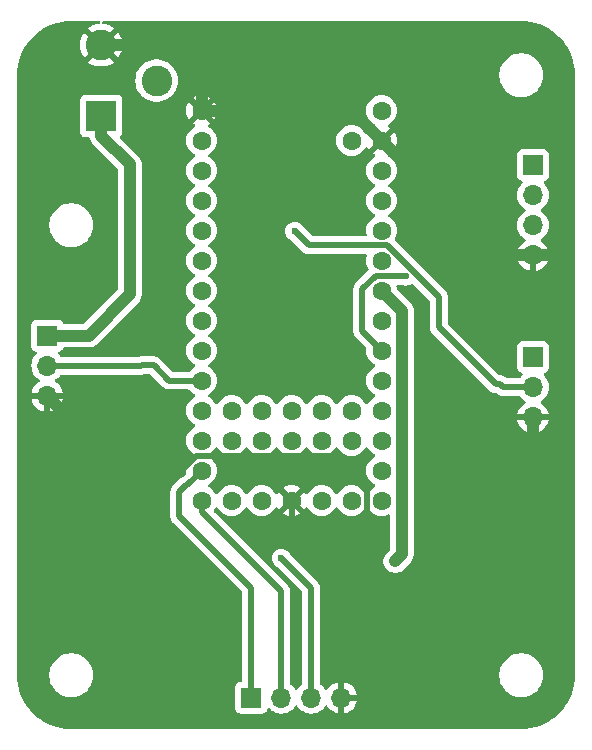
<source format=gbr>
%TF.GenerationSoftware,KiCad,Pcbnew,8.0.5*%
%TF.CreationDate,2025-06-27T14:54:40-05:00*%
%TF.ProjectId,ULACIT 2025,554c4143-4954-4203-9230-32352e6b6963,rev?*%
%TF.SameCoordinates,Original*%
%TF.FileFunction,Copper,L2,Bot*%
%TF.FilePolarity,Positive*%
%FSLAX46Y46*%
G04 Gerber Fmt 4.6, Leading zero omitted, Abs format (unit mm)*
G04 Created by KiCad (PCBNEW 8.0.5) date 2025-06-27 14:54:40*
%MOMM*%
%LPD*%
G01*
G04 APERTURE LIST*
%TA.AperFunction,ComponentPad*%
%ADD10R,1.700000X1.700000*%
%TD*%
%TA.AperFunction,ComponentPad*%
%ADD11O,1.700000X1.700000*%
%TD*%
%TA.AperFunction,ComponentPad*%
%ADD12C,1.600000*%
%TD*%
%TA.AperFunction,ComponentPad*%
%ADD13R,2.600000X2.600000*%
%TD*%
%TA.AperFunction,ComponentPad*%
%ADD14C,2.600000*%
%TD*%
%TA.AperFunction,ViaPad*%
%ADD15C,0.600000*%
%TD*%
%TA.AperFunction,Conductor*%
%ADD16C,0.500000*%
%TD*%
%TA.AperFunction,Conductor*%
%ADD17C,1.000000*%
%TD*%
G04 APERTURE END LIST*
D10*
%TO.P,J2,1,Pin_1*%
%TO.N,Net-(J2-Pin_1)*%
X48270000Y-80645000D03*
D11*
%TO.P,J2,2,Pin_2*%
%TO.N,Net-(J2-Pin_2)*%
X50810000Y-80645000D03*
%TO.P,J2,3,Pin_3*%
%TO.N,Net-(J2-Pin_3)*%
X53350000Y-80645000D03*
%TO.P,J2,4,Pin_4*%
%TO.N,GND*%
X55890000Y-80645000D03*
%TD*%
D12*
%TO.P,U1,1,GND*%
%TO.N,GND*%
X44070000Y-30940000D03*
%TO.P,U1,2,0_RX1_CRX2_CS1*%
%TO.N,unconnected-(U1-0_RX1_CRX2_CS1-Pad2)*%
X44070000Y-33480000D03*
%TO.P,U1,3,1_TX1_CTX2_MISO1*%
%TO.N,unconnected-(U1-1_TX1_CTX2_MISO1-Pad3)*%
X44070000Y-36020000D03*
%TO.P,U1,4,2_OUT2*%
%TO.N,unconnected-(U1-2_OUT2-Pad4)*%
X44070000Y-38560000D03*
%TO.P,U1,5,3_LRCLK2*%
%TO.N,Net-(J4-Pin_2)*%
X44070000Y-41100000D03*
%TO.P,U1,6,4_BCLK2*%
%TO.N,unconnected-(U1-4_BCLK2-Pad6)*%
X44070000Y-43640000D03*
%TO.P,U1,7,5_IN2*%
%TO.N,unconnected-(U1-5_IN2-Pad7)*%
X44070000Y-46180000D03*
%TO.P,U1,8,6_OUT1D*%
%TO.N,unconnected-(U1-6_OUT1D-Pad8)*%
X44070000Y-48720000D03*
%TO.P,U1,9,7_RX2_OUT1A*%
%TO.N,unconnected-(U1-7_RX2_OUT1A-Pad9)*%
X44070000Y-51260000D03*
%TO.P,U1,10,8_TX2_IN1*%
%TO.N,Net-(J6-Pin_2)*%
X44070000Y-53800000D03*
%TO.P,U1,11,9_OUT1C*%
%TO.N,unconnected-(U1-9_OUT1C-Pad11)*%
X44070000Y-56340000D03*
%TO.P,U1,12,10_CS_MQSR*%
%TO.N,unconnected-(U1-10_CS_MQSR-Pad12)*%
X44070000Y-58880000D03*
%TO.P,U1,13,11_MOSI_CTX1*%
%TO.N,Net-(J2-Pin_1)*%
X44070000Y-61420000D03*
%TO.P,U1,14,12_MISO_MQSL*%
%TO.N,Net-(J2-Pin_2)*%
X44070000Y-63960000D03*
%TO.P,U1,15,VBAT*%
%TO.N,unconnected-(U1-VBAT-Pad15)*%
X46610000Y-63960000D03*
%TO.P,U1,16,3V3*%
%TO.N,unconnected-(U1-3V3-Pad16)*%
X49150000Y-63960000D03*
%TO.P,U1,17,GND*%
%TO.N,GND*%
X51690000Y-63960000D03*
%TO.P,U1,18,PROGRAM*%
%TO.N,unconnected-(U1-PROGRAM-Pad18)*%
X54230000Y-63960000D03*
%TO.P,U1,19,ON_OFF*%
%TO.N,unconnected-(U1-ON_OFF-Pad19)*%
X56770000Y-63960000D03*
%TO.P,U1,20,13_SCK_CRX1_LED*%
%TO.N,unconnected-(U1-13_SCK_CRX1_LED-Pad20)*%
X59310000Y-63960000D03*
%TO.P,U1,21,14_A0_TX3_SPDIF_OUT*%
%TO.N,unconnected-(U1-14_A0_TX3_SPDIF_OUT-Pad21)*%
X59310000Y-61420000D03*
%TO.P,U1,22,15_A1_RX3_SPDIF_IN*%
%TO.N,unconnected-(U1-15_A1_RX3_SPDIF_IN-Pad22)*%
X59310000Y-58880000D03*
%TO.P,U1,23,16_A2_RX4_SCL1*%
%TO.N,unconnected-(U1-16_A2_RX4_SCL1-Pad23)*%
X59310000Y-56340000D03*
%TO.P,U1,24,17_A3_TX4_SDA1*%
%TO.N,unconnected-(U1-17_A3_TX4_SDA1-Pad24)*%
X59310000Y-53800000D03*
%TO.P,U1,25,18_A4_SDA0*%
%TO.N,Net-(J3-Pin_2)*%
X59310000Y-51260000D03*
%TO.P,U1,26,19_A5_SCL0*%
%TO.N,Net-(J3-Pin_3)*%
X59310000Y-48720000D03*
%TO.P,U1,27,20_A6_TX5_LRCLK1*%
%TO.N,Net-(J2-Pin_3)*%
X59310000Y-46180000D03*
%TO.P,U1,28,21_A7_RX5_BCLK1*%
%TO.N,unconnected-(U1-21_A7_RX5_BCLK1-Pad28)*%
X59310000Y-43640000D03*
%TO.P,U1,29,22_A8_CTX1*%
%TO.N,unconnected-(U1-22_A8_CTX1-Pad29)*%
X59310000Y-41100000D03*
%TO.P,U1,30,23_A9_CRX1_MCLK1*%
%TO.N,unconnected-(U1-23_A9_CRX1_MCLK1-Pad30)*%
X59310000Y-38560000D03*
%TO.P,U1,31,3V3*%
%TO.N,unconnected-(U1-3V3-Pad31)*%
X59310000Y-36020000D03*
%TO.P,U1,32,GND*%
%TO.N,GND*%
X59310000Y-33480000D03*
%TO.P,U1,33,VIN*%
%TO.N,+5V*%
X59310000Y-30940000D03*
%TO.P,U1,34,VUSB*%
%TO.N,unconnected-(U1-VUSB-Pad34)*%
X56770000Y-33480000D03*
%TO.P,U1,35,24_A10_TX6_SCL2*%
%TO.N,unconnected-(U1-24_A10_TX6_SCL2-Pad35)*%
X56770000Y-58880000D03*
%TO.P,U1,36,25_A11_RX6_SDA2*%
%TO.N,unconnected-(U1-25_A11_RX6_SDA2-Pad36)*%
X56770000Y-56340000D03*
%TO.P,U1,37,26_A12_MOSI1*%
%TO.N,unconnected-(U1-26_A12_MOSI1-Pad37)*%
X54230000Y-58880000D03*
%TO.P,U1,38,27_A13_SCK1*%
%TO.N,unconnected-(U1-27_A13_SCK1-Pad38)*%
X54230000Y-56340000D03*
%TO.P,U1,39,28_RX7*%
%TO.N,unconnected-(U1-28_RX7-Pad39)*%
X51690000Y-58880000D03*
%TO.P,U1,40,29_TX7*%
%TO.N,unconnected-(U1-29_TX7-Pad40)*%
X51690000Y-56340000D03*
%TO.P,U1,41,30_CRX3*%
%TO.N,unconnected-(U1-30_CRX3-Pad41)*%
X49150000Y-58880000D03*
%TO.P,U1,42,31_CTX3*%
%TO.N,unconnected-(U1-31_CTX3-Pad42)*%
X49150000Y-56340000D03*
%TO.P,U1,43,32_OUT1B*%
%TO.N,unconnected-(U1-32_OUT1B-Pad43)*%
X46610000Y-58880000D03*
%TO.P,U1,44,33_MCLK2*%
%TO.N,unconnected-(U1-33_MCLK2-Pad44)*%
X46610000Y-56340000D03*
%TD*%
D10*
%TO.P,J6,1,Pin_1*%
%TO.N,+5V*%
X31000000Y-50000000D03*
D11*
%TO.P,J6,2,Pin_2*%
%TO.N,Net-(J6-Pin_2)*%
X31000000Y-52540000D03*
%TO.P,J6,3,Pin_3*%
%TO.N,GND*%
X31000000Y-55080000D03*
%TD*%
D10*
%TO.P,J3,1,Pin_1*%
%TO.N,+5V*%
X72136000Y-35570000D03*
D11*
%TO.P,J3,2,Pin_2*%
%TO.N,Net-(J3-Pin_2)*%
X72136000Y-38110000D03*
%TO.P,J3,3,Pin_3*%
%TO.N,Net-(J3-Pin_3)*%
X72136000Y-40650000D03*
%TO.P,J3,4,Pin_4*%
%TO.N,GND*%
X72136000Y-43190000D03*
%TD*%
D10*
%TO.P,J4,1,Pin_1*%
%TO.N,+5V*%
X72136000Y-51816000D03*
D11*
%TO.P,J4,2,Pin_2*%
%TO.N,Net-(J4-Pin_2)*%
X72136000Y-54356000D03*
%TO.P,J4,3,Pin_3*%
%TO.N,GND*%
X72136000Y-56896000D03*
%TD*%
D13*
%TO.P,J1,1*%
%TO.N,+5V*%
X35560000Y-31400000D03*
D14*
%TO.P,J1,2*%
%TO.N,GND*%
X35560000Y-25400000D03*
%TO.P,J1,3*%
%TO.N,N/C*%
X40260000Y-28400000D03*
%TD*%
D15*
%TO.N,GND*%
X39370000Y-68580000D03*
X66040000Y-65532000D03*
X59182000Y-67564000D03*
%TO.N,Net-(J2-Pin_3)*%
X50800000Y-68834000D03*
X60452000Y-69088000D03*
%TO.N,Net-(J3-Pin_2)*%
X61338053Y-44960947D03*
%TO.N,Net-(J4-Pin_2)*%
X51943000Y-41148000D03*
%TD*%
D16*
%TO.N,Net-(J2-Pin_2)*%
X44070000Y-64898000D02*
X44070000Y-63960000D01*
X50810000Y-71638000D02*
X44070000Y-64898000D01*
X50810000Y-80645000D02*
X50810000Y-71638000D01*
D17*
%TO.N,+5V*%
X35560000Y-33060000D02*
X35560000Y-31400000D01*
X34500000Y-50000000D02*
X38000000Y-46500000D01*
X31000000Y-50000000D02*
X34500000Y-50000000D01*
X38000000Y-35500000D02*
X35560000Y-33060000D01*
X38000000Y-46500000D02*
X38000000Y-35500000D01*
D16*
%TO.N,GND*%
X51690000Y-67184000D02*
X55890000Y-71384000D01*
D17*
X44070000Y-30940000D02*
X56770000Y-30940000D01*
D16*
X58060000Y-63140000D02*
X58060000Y-66442000D01*
D17*
X74930000Y-43180000D02*
X74920000Y-43190000D01*
X41900000Y-25400000D02*
X44070000Y-27570000D01*
X72136000Y-59436000D02*
X72136000Y-56896000D01*
X35560000Y-25400000D02*
X41900000Y-25400000D01*
D16*
X39370000Y-68580000D02*
X39370000Y-64352233D01*
D17*
X31000000Y-55080000D02*
X39370000Y-63450000D01*
D16*
X43552233Y-60170000D02*
X55090000Y-60170000D01*
X51690000Y-63960000D02*
X51690000Y-67184000D01*
X55090000Y-60170000D02*
X58060000Y-63140000D01*
D17*
X74920000Y-43190000D02*
X72136000Y-43190000D01*
X72009000Y-59563000D02*
X66040000Y-65532000D01*
D16*
X39370000Y-64352233D02*
X43552233Y-60170000D01*
X55890000Y-71384000D02*
X55890000Y-80645000D01*
D17*
X44070000Y-27570000D02*
X44070000Y-30940000D01*
X69020000Y-43190000D02*
X72136000Y-43190000D01*
X74930000Y-43180000D02*
X74930000Y-56642000D01*
D16*
X58060000Y-66442000D02*
X59182000Y-67564000D01*
D17*
X39370000Y-63450000D02*
X39370000Y-68580000D01*
X72009000Y-59563000D02*
X72136000Y-59436000D01*
X59310000Y-33480000D02*
X69020000Y-43190000D01*
X74930000Y-56642000D02*
X72009000Y-59563000D01*
X56770000Y-30940000D02*
X59310000Y-33480000D01*
D16*
%TO.N,Net-(J2-Pin_3)*%
X53350000Y-71384000D02*
X50800000Y-68834000D01*
X53350000Y-80645000D02*
X53350000Y-71384000D01*
D17*
X61030000Y-68510000D02*
X61030000Y-47900000D01*
X61030000Y-47900000D02*
X59310000Y-46180000D01*
X61030000Y-68510000D02*
X60452000Y-69088000D01*
D16*
%TO.N,Net-(J2-Pin_1)*%
X48260000Y-71882000D02*
X48270000Y-71892000D01*
X48260000Y-71374000D02*
X48260000Y-71882000D01*
X42740000Y-62670000D02*
X42164000Y-63246000D01*
X44070000Y-61420000D02*
X42820000Y-62670000D01*
X48270000Y-71892000D02*
X48270000Y-80645000D01*
X42164000Y-65278000D02*
X48260000Y-71374000D01*
X42164000Y-63246000D02*
X42164000Y-65278000D01*
X42820000Y-62670000D02*
X42740000Y-62670000D01*
%TO.N,Net-(J3-Pin_2)*%
X61338053Y-44960947D02*
X61307106Y-44930000D01*
X57658000Y-49608000D02*
X59310000Y-51260000D01*
X61307106Y-44930000D02*
X58792233Y-44930000D01*
X58792233Y-44930000D02*
X57658000Y-46064233D01*
X57658000Y-46064233D02*
X57658000Y-49608000D01*
%TO.N,Net-(J6-Pin_2)*%
X44070000Y-53800000D02*
X41300000Y-53800000D01*
X40000000Y-52500000D02*
X39000000Y-52500000D01*
X41300000Y-53800000D02*
X40000000Y-52500000D01*
X38960000Y-52540000D02*
X31000000Y-52540000D01*
X39000000Y-52500000D02*
X38960000Y-52540000D01*
%TO.N,Net-(J4-Pin_2)*%
X64135000Y-46697233D02*
X64135000Y-49276000D01*
X68961000Y-54102000D02*
X69342000Y-54102000D01*
X51943000Y-41148000D02*
X53145000Y-42350000D01*
X64135000Y-49276000D02*
X68961000Y-54102000D01*
X69596000Y-54356000D02*
X72136000Y-54356000D01*
X69342000Y-54102000D02*
X69596000Y-54356000D01*
X53145000Y-42350000D02*
X59787767Y-42350000D01*
X59787767Y-42350000D02*
X64135000Y-46697233D01*
%TD*%
%TA.AperFunction,Conductor*%
%TO.N,GND*%
G36*
X58107865Y-59423348D02*
G01*
X58152382Y-59474725D01*
X58179429Y-59532728D01*
X58179432Y-59532734D01*
X58309954Y-59719141D01*
X58470858Y-59880045D01*
X58470861Y-59880047D01*
X58657266Y-60010568D01*
X58715275Y-60037618D01*
X58767714Y-60083791D01*
X58786866Y-60150984D01*
X58766650Y-60217865D01*
X58715275Y-60262382D01*
X58657267Y-60289431D01*
X58657265Y-60289432D01*
X58470858Y-60419954D01*
X58309954Y-60580858D01*
X58179432Y-60767265D01*
X58179431Y-60767267D01*
X58083261Y-60973502D01*
X58083258Y-60973511D01*
X58024366Y-61193302D01*
X58024364Y-61193313D01*
X58004532Y-61419998D01*
X58004532Y-61420001D01*
X58024364Y-61646686D01*
X58024366Y-61646697D01*
X58083258Y-61866488D01*
X58083261Y-61866497D01*
X58179431Y-62072732D01*
X58179432Y-62072734D01*
X58309954Y-62259141D01*
X58470858Y-62420045D01*
X58470861Y-62420047D01*
X58657266Y-62550568D01*
X58715275Y-62577618D01*
X58767714Y-62623791D01*
X58786866Y-62690984D01*
X58766650Y-62757865D01*
X58715275Y-62802382D01*
X58657267Y-62829431D01*
X58657265Y-62829432D01*
X58470858Y-62959954D01*
X58309954Y-63120858D01*
X58179432Y-63307265D01*
X58179431Y-63307267D01*
X58152382Y-63365275D01*
X58106209Y-63417714D01*
X58039016Y-63436866D01*
X57972135Y-63416650D01*
X57927618Y-63365275D01*
X57900568Y-63307266D01*
X57770047Y-63120861D01*
X57770045Y-63120858D01*
X57609141Y-62959954D01*
X57422734Y-62829432D01*
X57422732Y-62829431D01*
X57216497Y-62733261D01*
X57216488Y-62733258D01*
X56996697Y-62674366D01*
X56996693Y-62674365D01*
X56996692Y-62674365D01*
X56996691Y-62674364D01*
X56996686Y-62674364D01*
X56770002Y-62654532D01*
X56769998Y-62654532D01*
X56543313Y-62674364D01*
X56543302Y-62674366D01*
X56323511Y-62733258D01*
X56323502Y-62733261D01*
X56117267Y-62829431D01*
X56117265Y-62829432D01*
X55930858Y-62959954D01*
X55769954Y-63120858D01*
X55639432Y-63307265D01*
X55639431Y-63307267D01*
X55612382Y-63365275D01*
X55566209Y-63417714D01*
X55499016Y-63436866D01*
X55432135Y-63416650D01*
X55387618Y-63365275D01*
X55360568Y-63307266D01*
X55230047Y-63120861D01*
X55230045Y-63120858D01*
X55069141Y-62959954D01*
X54882734Y-62829432D01*
X54882732Y-62829431D01*
X54676497Y-62733261D01*
X54676488Y-62733258D01*
X54456697Y-62674366D01*
X54456693Y-62674365D01*
X54456692Y-62674365D01*
X54456691Y-62674364D01*
X54456686Y-62674364D01*
X54230002Y-62654532D01*
X54229998Y-62654532D01*
X54003313Y-62674364D01*
X54003302Y-62674366D01*
X53783511Y-62733258D01*
X53783502Y-62733261D01*
X53577267Y-62829431D01*
X53577265Y-62829432D01*
X53390858Y-62959954D01*
X53229954Y-63120858D01*
X53099432Y-63307265D01*
X53099428Y-63307272D01*
X53072105Y-63365866D01*
X53025932Y-63418305D01*
X52958738Y-63437456D01*
X52891858Y-63417239D01*
X52847342Y-63365864D01*
X52820136Y-63307521D01*
X52820132Y-63307513D01*
X52769025Y-63234526D01*
X52213787Y-63789764D01*
X52202518Y-63747708D01*
X52130110Y-63622292D01*
X52027708Y-63519890D01*
X51902292Y-63447482D01*
X51860234Y-63436212D01*
X52415472Y-62880974D01*
X52342478Y-62829863D01*
X52136331Y-62733735D01*
X52136317Y-62733730D01*
X51916610Y-62674860D01*
X51916599Y-62674858D01*
X51690002Y-62655034D01*
X51689998Y-62655034D01*
X51463400Y-62674858D01*
X51463389Y-62674860D01*
X51243682Y-62733730D01*
X51243673Y-62733734D01*
X51037516Y-62829866D01*
X51037512Y-62829868D01*
X50964526Y-62880973D01*
X50964526Y-62880974D01*
X51519765Y-63436212D01*
X51477708Y-63447482D01*
X51352292Y-63519890D01*
X51249890Y-63622292D01*
X51177482Y-63747708D01*
X51166212Y-63789764D01*
X50610974Y-63234526D01*
X50610973Y-63234526D01*
X50559868Y-63307512D01*
X50559868Y-63307513D01*
X50532657Y-63365867D01*
X50486484Y-63418306D01*
X50419290Y-63437457D01*
X50352409Y-63417241D01*
X50307893Y-63365865D01*
X50280682Y-63307512D01*
X50280568Y-63307266D01*
X50150047Y-63120861D01*
X50150045Y-63120858D01*
X49989141Y-62959954D01*
X49802734Y-62829432D01*
X49802732Y-62829431D01*
X49596497Y-62733261D01*
X49596488Y-62733258D01*
X49376697Y-62674366D01*
X49376693Y-62674365D01*
X49376692Y-62674365D01*
X49376691Y-62674364D01*
X49376686Y-62674364D01*
X49150002Y-62654532D01*
X49149998Y-62654532D01*
X48923313Y-62674364D01*
X48923302Y-62674366D01*
X48703511Y-62733258D01*
X48703502Y-62733261D01*
X48497267Y-62829431D01*
X48497265Y-62829432D01*
X48310858Y-62959954D01*
X48149954Y-63120858D01*
X48019432Y-63307265D01*
X48019431Y-63307267D01*
X47992382Y-63365275D01*
X47946209Y-63417714D01*
X47879016Y-63436866D01*
X47812135Y-63416650D01*
X47767618Y-63365275D01*
X47740568Y-63307266D01*
X47610047Y-63120861D01*
X47610045Y-63120858D01*
X47449141Y-62959954D01*
X47262734Y-62829432D01*
X47262732Y-62829431D01*
X47056497Y-62733261D01*
X47056488Y-62733258D01*
X46836697Y-62674366D01*
X46836693Y-62674365D01*
X46836692Y-62674365D01*
X46836691Y-62674364D01*
X46836686Y-62674364D01*
X46610002Y-62654532D01*
X46609998Y-62654532D01*
X46383313Y-62674364D01*
X46383302Y-62674366D01*
X46163511Y-62733258D01*
X46163502Y-62733261D01*
X45957267Y-62829431D01*
X45957265Y-62829432D01*
X45770858Y-62959954D01*
X45609954Y-63120858D01*
X45479432Y-63307265D01*
X45479431Y-63307267D01*
X45452382Y-63365275D01*
X45406209Y-63417714D01*
X45339016Y-63436866D01*
X45272135Y-63416650D01*
X45227618Y-63365275D01*
X45200568Y-63307266D01*
X45070047Y-63120861D01*
X45070045Y-63120858D01*
X44909141Y-62959954D01*
X44722734Y-62829432D01*
X44722728Y-62829429D01*
X44664725Y-62802382D01*
X44612285Y-62756210D01*
X44593133Y-62689017D01*
X44613348Y-62622135D01*
X44664725Y-62577618D01*
X44722734Y-62550568D01*
X44909139Y-62420047D01*
X45070047Y-62259139D01*
X45200568Y-62072734D01*
X45296739Y-61866496D01*
X45355635Y-61646692D01*
X45375468Y-61420000D01*
X45355635Y-61193308D01*
X45296739Y-60973504D01*
X45200568Y-60767266D01*
X45070047Y-60580861D01*
X45070045Y-60580858D01*
X44909141Y-60419954D01*
X44722734Y-60289432D01*
X44722728Y-60289429D01*
X44664725Y-60262382D01*
X44612285Y-60216210D01*
X44593133Y-60149017D01*
X44613348Y-60082135D01*
X44664725Y-60037618D01*
X44722734Y-60010568D01*
X44909139Y-59880047D01*
X45070047Y-59719139D01*
X45200568Y-59532734D01*
X45227618Y-59474724D01*
X45273790Y-59422285D01*
X45340983Y-59403133D01*
X45407865Y-59423348D01*
X45452382Y-59474725D01*
X45479429Y-59532728D01*
X45479432Y-59532734D01*
X45609954Y-59719141D01*
X45770858Y-59880045D01*
X45770861Y-59880047D01*
X45957266Y-60010568D01*
X46163504Y-60106739D01*
X46383308Y-60165635D01*
X46545230Y-60179801D01*
X46609998Y-60185468D01*
X46610000Y-60185468D01*
X46610002Y-60185468D01*
X46666673Y-60180509D01*
X46836692Y-60165635D01*
X47056496Y-60106739D01*
X47262734Y-60010568D01*
X47449139Y-59880047D01*
X47610047Y-59719139D01*
X47740568Y-59532734D01*
X47767618Y-59474724D01*
X47813790Y-59422285D01*
X47880983Y-59403133D01*
X47947865Y-59423348D01*
X47992382Y-59474725D01*
X48019429Y-59532728D01*
X48019432Y-59532734D01*
X48149954Y-59719141D01*
X48310858Y-59880045D01*
X48310861Y-59880047D01*
X48497266Y-60010568D01*
X48703504Y-60106739D01*
X48923308Y-60165635D01*
X49085230Y-60179801D01*
X49149998Y-60185468D01*
X49150000Y-60185468D01*
X49150002Y-60185468D01*
X49206673Y-60180509D01*
X49376692Y-60165635D01*
X49596496Y-60106739D01*
X49802734Y-60010568D01*
X49989139Y-59880047D01*
X50150047Y-59719139D01*
X50280568Y-59532734D01*
X50307618Y-59474724D01*
X50353790Y-59422285D01*
X50420983Y-59403133D01*
X50487865Y-59423348D01*
X50532382Y-59474725D01*
X50559429Y-59532728D01*
X50559432Y-59532734D01*
X50689954Y-59719141D01*
X50850858Y-59880045D01*
X50850861Y-59880047D01*
X51037266Y-60010568D01*
X51243504Y-60106739D01*
X51463308Y-60165635D01*
X51625230Y-60179801D01*
X51689998Y-60185468D01*
X51690000Y-60185468D01*
X51690002Y-60185468D01*
X51746673Y-60180509D01*
X51916692Y-60165635D01*
X52136496Y-60106739D01*
X52342734Y-60010568D01*
X52529139Y-59880047D01*
X52690047Y-59719139D01*
X52820568Y-59532734D01*
X52847618Y-59474724D01*
X52893790Y-59422285D01*
X52960983Y-59403133D01*
X53027865Y-59423348D01*
X53072382Y-59474725D01*
X53099429Y-59532728D01*
X53099432Y-59532734D01*
X53229954Y-59719141D01*
X53390858Y-59880045D01*
X53390861Y-59880047D01*
X53577266Y-60010568D01*
X53783504Y-60106739D01*
X54003308Y-60165635D01*
X54165230Y-60179801D01*
X54229998Y-60185468D01*
X54230000Y-60185468D01*
X54230002Y-60185468D01*
X54286673Y-60180509D01*
X54456692Y-60165635D01*
X54676496Y-60106739D01*
X54882734Y-60010568D01*
X55069139Y-59880047D01*
X55230047Y-59719139D01*
X55360568Y-59532734D01*
X55387618Y-59474724D01*
X55433790Y-59422285D01*
X55500983Y-59403133D01*
X55567865Y-59423348D01*
X55612382Y-59474725D01*
X55639429Y-59532728D01*
X55639432Y-59532734D01*
X55769954Y-59719141D01*
X55930858Y-59880045D01*
X55930861Y-59880047D01*
X56117266Y-60010568D01*
X56323504Y-60106739D01*
X56543308Y-60165635D01*
X56705230Y-60179801D01*
X56769998Y-60185468D01*
X56770000Y-60185468D01*
X56770002Y-60185468D01*
X56826673Y-60180509D01*
X56996692Y-60165635D01*
X57216496Y-60106739D01*
X57422734Y-60010568D01*
X57609139Y-59880047D01*
X57770047Y-59719139D01*
X57900568Y-59532734D01*
X57927618Y-59474724D01*
X57973790Y-59422285D01*
X58040983Y-59403133D01*
X58107865Y-59423348D01*
G37*
%TD.AperFunction*%
%TA.AperFunction,Conductor*%
G36*
X35426459Y-23380185D02*
G01*
X35472214Y-23432989D01*
X35482158Y-23502147D01*
X35453133Y-23565703D01*
X35394355Y-23603477D01*
X35377901Y-23607115D01*
X35158343Y-23640207D01*
X35158337Y-23640209D01*
X34900538Y-23719730D01*
X34657485Y-23836778D01*
X34657476Y-23836783D01*
X34474848Y-23961296D01*
X35197705Y-24684153D01*
X35181058Y-24691049D01*
X35050030Y-24778599D01*
X34938599Y-24890030D01*
X34851049Y-25021058D01*
X34844153Y-25037706D01*
X34122295Y-24315848D01*
X34068600Y-24383180D01*
X33933709Y-24616818D01*
X33835148Y-24867947D01*
X33835142Y-24867966D01*
X33775113Y-25130971D01*
X33775113Y-25130973D01*
X33754953Y-25399995D01*
X33754953Y-25400004D01*
X33775113Y-25669026D01*
X33775113Y-25669028D01*
X33835142Y-25932033D01*
X33835148Y-25932052D01*
X33933709Y-26183181D01*
X33933708Y-26183181D01*
X34068602Y-26416822D01*
X34122294Y-26484151D01*
X34122295Y-26484151D01*
X34844153Y-25762293D01*
X34851049Y-25778942D01*
X34938599Y-25909970D01*
X35050030Y-26021401D01*
X35181058Y-26108951D01*
X35197705Y-26115846D01*
X34474848Y-26838702D01*
X34657483Y-26963220D01*
X34657485Y-26963221D01*
X34900539Y-27080269D01*
X34900537Y-27080269D01*
X35158337Y-27159790D01*
X35158343Y-27159792D01*
X35425101Y-27199999D01*
X35425110Y-27200000D01*
X35694890Y-27200000D01*
X35694898Y-27199999D01*
X35961656Y-27159792D01*
X35961662Y-27159790D01*
X36219461Y-27080269D01*
X36462521Y-26963218D01*
X36645150Y-26838702D01*
X35922294Y-26115846D01*
X35938942Y-26108951D01*
X36069970Y-26021401D01*
X36181401Y-25909970D01*
X36268951Y-25778942D01*
X36275846Y-25762294D01*
X36997703Y-26484151D01*
X36997704Y-26484150D01*
X37051393Y-26416828D01*
X37051400Y-26416817D01*
X37186290Y-26183181D01*
X37284851Y-25932052D01*
X37284857Y-25932033D01*
X37344886Y-25669028D01*
X37344886Y-25669026D01*
X37365047Y-25400004D01*
X37365047Y-25399995D01*
X37344886Y-25130973D01*
X37344886Y-25130971D01*
X37284857Y-24867966D01*
X37284851Y-24867947D01*
X37186290Y-24616818D01*
X37186291Y-24616818D01*
X37051397Y-24383177D01*
X36997704Y-24315847D01*
X36275846Y-25037705D01*
X36268951Y-25021058D01*
X36181401Y-24890030D01*
X36069970Y-24778599D01*
X35938942Y-24691049D01*
X35922294Y-24684153D01*
X36645150Y-23961296D01*
X36462517Y-23836779D01*
X36462516Y-23836778D01*
X36219460Y-23719730D01*
X36219462Y-23719730D01*
X35961662Y-23640209D01*
X35961656Y-23640207D01*
X35742099Y-23607115D01*
X35678742Y-23577659D01*
X35641368Y-23518625D01*
X35641843Y-23448757D01*
X35680016Y-23390237D01*
X35743768Y-23361645D01*
X35760580Y-23360500D01*
X71054108Y-23360500D01*
X71117294Y-23360500D01*
X71122702Y-23360618D01*
X71135819Y-23361190D01*
X71513742Y-23377690D01*
X71524477Y-23378630D01*
X71909859Y-23429366D01*
X71920493Y-23431241D01*
X72299990Y-23515374D01*
X72310416Y-23518168D01*
X72681135Y-23635055D01*
X72691270Y-23638744D01*
X73050387Y-23787495D01*
X73060178Y-23792061D01*
X73385275Y-23961296D01*
X73404942Y-23971534D01*
X73414309Y-23976941D01*
X73684434Y-24149030D01*
X73742130Y-24185786D01*
X73750991Y-24191991D01*
X74059353Y-24428605D01*
X74067640Y-24435559D01*
X74354204Y-24698146D01*
X74361853Y-24705795D01*
X74624440Y-24992359D01*
X74631394Y-25000646D01*
X74868008Y-25309008D01*
X74874213Y-25317869D01*
X75083057Y-25645689D01*
X75088465Y-25655057D01*
X75267935Y-25999814D01*
X75272507Y-26009618D01*
X75421249Y-26368714D01*
X75424949Y-26378879D01*
X75541828Y-26749572D01*
X75544628Y-26760021D01*
X75628756Y-27139498D01*
X75630634Y-27150151D01*
X75681367Y-27535499D01*
X75682310Y-27546276D01*
X75699382Y-27937297D01*
X75699500Y-27942706D01*
X75699500Y-78737293D01*
X75699382Y-78742702D01*
X75682310Y-79133723D01*
X75681367Y-79144500D01*
X75630634Y-79529848D01*
X75628756Y-79540501D01*
X75544628Y-79919978D01*
X75541828Y-79930427D01*
X75424949Y-80301120D01*
X75421249Y-80311285D01*
X75272507Y-80670381D01*
X75267935Y-80680185D01*
X75088465Y-81024942D01*
X75083057Y-81034310D01*
X74874213Y-81362130D01*
X74868008Y-81370991D01*
X74631394Y-81679353D01*
X74624440Y-81687640D01*
X74361853Y-81974204D01*
X74354204Y-81981853D01*
X74067640Y-82244440D01*
X74059353Y-82251394D01*
X73750991Y-82488008D01*
X73742130Y-82494213D01*
X73414310Y-82703057D01*
X73404942Y-82708465D01*
X73060185Y-82887935D01*
X73050381Y-82892507D01*
X72691285Y-83041249D01*
X72681120Y-83044949D01*
X72310427Y-83161828D01*
X72299978Y-83164628D01*
X71920501Y-83248756D01*
X71909848Y-83250634D01*
X71524500Y-83301367D01*
X71513723Y-83302310D01*
X71122703Y-83319382D01*
X71117294Y-83319500D01*
X33022706Y-83319500D01*
X33017297Y-83319382D01*
X32626276Y-83302310D01*
X32615501Y-83301367D01*
X32526792Y-83289688D01*
X32230151Y-83250634D01*
X32219498Y-83248756D01*
X31840021Y-83164628D01*
X31829572Y-83161828D01*
X31458879Y-83044949D01*
X31448714Y-83041249D01*
X31089618Y-82892507D01*
X31079814Y-82887935D01*
X30735057Y-82708465D01*
X30725689Y-82703057D01*
X30397869Y-82494213D01*
X30389008Y-82488008D01*
X30080646Y-82251394D01*
X30072359Y-82244440D01*
X29785795Y-81981853D01*
X29778146Y-81974204D01*
X29515559Y-81687640D01*
X29508605Y-81679353D01*
X29271991Y-81370991D01*
X29265786Y-81362130D01*
X29233560Y-81311546D01*
X29056941Y-81034309D01*
X29051534Y-81024942D01*
X28872064Y-80680185D01*
X28867492Y-80670381D01*
X28856979Y-80645000D01*
X28718744Y-80311270D01*
X28715055Y-80301135D01*
X28598168Y-79930416D01*
X28595374Y-79919990D01*
X28511241Y-79540493D01*
X28509365Y-79529848D01*
X28458630Y-79144477D01*
X28457690Y-79133742D01*
X28440618Y-78742701D01*
X28440500Y-78737293D01*
X28440500Y-78618711D01*
X31169500Y-78618711D01*
X31169500Y-78618712D01*
X31169500Y-78861288D01*
X31201162Y-79101789D01*
X31219573Y-79170500D01*
X31263947Y-79336104D01*
X31353652Y-79552671D01*
X31356776Y-79560212D01*
X31478064Y-79770289D01*
X31478066Y-79770292D01*
X31478067Y-79770293D01*
X31625732Y-79962735D01*
X31625739Y-79962743D01*
X31797256Y-80134260D01*
X31797263Y-80134266D01*
X31858829Y-80181507D01*
X31989711Y-80281936D01*
X32199788Y-80403224D01*
X32423900Y-80496054D01*
X32658211Y-80558838D01*
X32812681Y-80579174D01*
X32898711Y-80590500D01*
X32898712Y-80590500D01*
X33141289Y-80590500D01*
X33189388Y-80584167D01*
X33381789Y-80558838D01*
X33616100Y-80496054D01*
X33840212Y-80403224D01*
X34050289Y-80281936D01*
X34242738Y-80134265D01*
X34414265Y-79962738D01*
X34414268Y-79962735D01*
X34477552Y-79880259D01*
X34561936Y-79770289D01*
X34683224Y-79560212D01*
X34776054Y-79336100D01*
X34838838Y-79101789D01*
X34870500Y-78861288D01*
X34870500Y-78618712D01*
X34838838Y-78378211D01*
X34776054Y-78143900D01*
X34683224Y-77919788D01*
X34561936Y-77709711D01*
X34414265Y-77517262D01*
X34414260Y-77517256D01*
X34242743Y-77345739D01*
X34242736Y-77345733D01*
X34050293Y-77198067D01*
X34050292Y-77198066D01*
X34050289Y-77198064D01*
X33840212Y-77076776D01*
X33840205Y-77076773D01*
X33616104Y-76983947D01*
X33381785Y-76921161D01*
X33141289Y-76889500D01*
X33141288Y-76889500D01*
X32898712Y-76889500D01*
X32898711Y-76889500D01*
X32658214Y-76921161D01*
X32423895Y-76983947D01*
X32199794Y-77076773D01*
X32199785Y-77076777D01*
X31989706Y-77198067D01*
X31797263Y-77345733D01*
X31797256Y-77345739D01*
X31625739Y-77517256D01*
X31625733Y-77517263D01*
X31478067Y-77709706D01*
X31356777Y-77919785D01*
X31356773Y-77919794D01*
X31263947Y-78143895D01*
X31201161Y-78378214D01*
X31169500Y-78618711D01*
X28440500Y-78618711D01*
X28440500Y-52539999D01*
X29644341Y-52539999D01*
X29644341Y-52540000D01*
X29664936Y-52775403D01*
X29664938Y-52775413D01*
X29726094Y-53003655D01*
X29726096Y-53003659D01*
X29726097Y-53003663D01*
X29799041Y-53160091D01*
X29825965Y-53217830D01*
X29825967Y-53217834D01*
X29961501Y-53411395D01*
X29961506Y-53411402D01*
X30128597Y-53578493D01*
X30128603Y-53578498D01*
X30314594Y-53708730D01*
X30358219Y-53763307D01*
X30365413Y-53832805D01*
X30333890Y-53895160D01*
X30314595Y-53911880D01*
X30128922Y-54041890D01*
X30128920Y-54041891D01*
X29961891Y-54208920D01*
X29961886Y-54208926D01*
X29826400Y-54402420D01*
X29826399Y-54402422D01*
X29726570Y-54616507D01*
X29726567Y-54616513D01*
X29669364Y-54829999D01*
X29669364Y-54830000D01*
X30566988Y-54830000D01*
X30534075Y-54887007D01*
X30500000Y-55014174D01*
X30500000Y-55145826D01*
X30534075Y-55272993D01*
X30566988Y-55330000D01*
X29669364Y-55330000D01*
X29726567Y-55543486D01*
X29726570Y-55543492D01*
X29826399Y-55757578D01*
X29961894Y-55951082D01*
X30128917Y-56118105D01*
X30322421Y-56253600D01*
X30536507Y-56353429D01*
X30536516Y-56353433D01*
X30750000Y-56410634D01*
X30750000Y-55513012D01*
X30807007Y-55545925D01*
X30934174Y-55580000D01*
X31065826Y-55580000D01*
X31192993Y-55545925D01*
X31250000Y-55513012D01*
X31250000Y-56410633D01*
X31463483Y-56353433D01*
X31463492Y-56353429D01*
X31677578Y-56253600D01*
X31871082Y-56118105D01*
X32038105Y-55951082D01*
X32173600Y-55757578D01*
X32273429Y-55543492D01*
X32273432Y-55543486D01*
X32330636Y-55330000D01*
X31433012Y-55330000D01*
X31465925Y-55272993D01*
X31500000Y-55145826D01*
X31500000Y-55014174D01*
X31465925Y-54887007D01*
X31433012Y-54830000D01*
X32330636Y-54830000D01*
X32330635Y-54829999D01*
X32273432Y-54616513D01*
X32273429Y-54616507D01*
X32173600Y-54402422D01*
X32173599Y-54402420D01*
X32038113Y-54208926D01*
X32038108Y-54208920D01*
X31871078Y-54041890D01*
X31685405Y-53911879D01*
X31641780Y-53857302D01*
X31634588Y-53787804D01*
X31666110Y-53725449D01*
X31685406Y-53708730D01*
X31729049Y-53678171D01*
X31871401Y-53578495D01*
X32038495Y-53411401D01*
X32086127Y-53343376D01*
X32140704Y-53299751D01*
X32187701Y-53290500D01*
X39033920Y-53290500D01*
X39136046Y-53270185D01*
X39178913Y-53261658D01*
X39183061Y-53259939D01*
X39230515Y-53250500D01*
X39637770Y-53250500D01*
X39704809Y-53270185D01*
X39725451Y-53286819D01*
X40717049Y-54278416D01*
X40821584Y-54382951D01*
X40821587Y-54382953D01*
X40821588Y-54382954D01*
X40944503Y-54465083D01*
X40944506Y-54465085D01*
X41001079Y-54488518D01*
X41001080Y-54488518D01*
X41081088Y-54521659D01*
X41197241Y-54544763D01*
X41216468Y-54548587D01*
X41226081Y-54550500D01*
X41226082Y-54550500D01*
X41226083Y-54550500D01*
X41373918Y-54550500D01*
X42943337Y-54550500D01*
X43010376Y-54570185D01*
X43044912Y-54603377D01*
X43069954Y-54639141D01*
X43230858Y-54800045D01*
X43230861Y-54800047D01*
X43417266Y-54930568D01*
X43475275Y-54957618D01*
X43527714Y-55003791D01*
X43546866Y-55070984D01*
X43526650Y-55137865D01*
X43475275Y-55182382D01*
X43417267Y-55209431D01*
X43417265Y-55209432D01*
X43230858Y-55339954D01*
X43069954Y-55500858D01*
X42939432Y-55687265D01*
X42939431Y-55687267D01*
X42843261Y-55893502D01*
X42843258Y-55893511D01*
X42784366Y-56113302D01*
X42784364Y-56113313D01*
X42764532Y-56339998D01*
X42764532Y-56340001D01*
X42784364Y-56566686D01*
X42784366Y-56566697D01*
X42843258Y-56786488D01*
X42843261Y-56786497D01*
X42939431Y-56992732D01*
X42939432Y-56992734D01*
X43069954Y-57179141D01*
X43230858Y-57340045D01*
X43230861Y-57340047D01*
X43417266Y-57470568D01*
X43475275Y-57497618D01*
X43527714Y-57543791D01*
X43546866Y-57610984D01*
X43526650Y-57677865D01*
X43475275Y-57722382D01*
X43417267Y-57749431D01*
X43417265Y-57749432D01*
X43230858Y-57879954D01*
X43069954Y-58040858D01*
X42939432Y-58227265D01*
X42939431Y-58227267D01*
X42843261Y-58433502D01*
X42843258Y-58433511D01*
X42784366Y-58653302D01*
X42784364Y-58653313D01*
X42764532Y-58879998D01*
X42764532Y-58880001D01*
X42784364Y-59106686D01*
X42784366Y-59106697D01*
X42843258Y-59326488D01*
X42843261Y-59326497D01*
X42939431Y-59532732D01*
X42939432Y-59532734D01*
X43069954Y-59719141D01*
X43230858Y-59880045D01*
X43230861Y-59880047D01*
X43417266Y-60010568D01*
X43475275Y-60037618D01*
X43527714Y-60083791D01*
X43546866Y-60150984D01*
X43526650Y-60217865D01*
X43475275Y-60262382D01*
X43417267Y-60289431D01*
X43417265Y-60289432D01*
X43230858Y-60419954D01*
X43069954Y-60580858D01*
X42939432Y-60767265D01*
X42939431Y-60767267D01*
X42843261Y-60973502D01*
X42843258Y-60973511D01*
X42784366Y-61193302D01*
X42784364Y-61193313D01*
X42764532Y-61419998D01*
X42764532Y-61420003D01*
X42779129Y-61586861D01*
X42765362Y-61655360D01*
X42743282Y-61685348D01*
X42468883Y-61959747D01*
X42428657Y-61986626D01*
X42384505Y-62004915D01*
X42384504Y-62004915D01*
X42335269Y-62037813D01*
X42261588Y-62087044D01*
X42261580Y-62087050D01*
X41581050Y-62767580D01*
X41581044Y-62767588D01*
X41531812Y-62841268D01*
X41531813Y-62841269D01*
X41498921Y-62890496D01*
X41498914Y-62890508D01*
X41442342Y-63027086D01*
X41442340Y-63027092D01*
X41413500Y-63172079D01*
X41413500Y-63172082D01*
X41413500Y-65351918D01*
X41413500Y-65351920D01*
X41413499Y-65351920D01*
X41442340Y-65496907D01*
X41442343Y-65496917D01*
X41498912Y-65633488D01*
X41498918Y-65633499D01*
X41508939Y-65648495D01*
X41508941Y-65648500D01*
X41581046Y-65756414D01*
X41581052Y-65756421D01*
X47473181Y-71648549D01*
X47506666Y-71709872D01*
X47509500Y-71736230D01*
X47509500Y-71955919D01*
X47517117Y-71994209D01*
X47519500Y-72018402D01*
X47519500Y-79170500D01*
X47499815Y-79237539D01*
X47447011Y-79283294D01*
X47395505Y-79294500D01*
X47372132Y-79294500D01*
X47372123Y-79294501D01*
X47312516Y-79300908D01*
X47177671Y-79351202D01*
X47177664Y-79351206D01*
X47062455Y-79437452D01*
X47062452Y-79437455D01*
X46976206Y-79552664D01*
X46976202Y-79552671D01*
X46925908Y-79687517D01*
X46919501Y-79747116D01*
X46919500Y-79747135D01*
X46919500Y-81542870D01*
X46919501Y-81542876D01*
X46925908Y-81602483D01*
X46976202Y-81737328D01*
X46976206Y-81737335D01*
X47062452Y-81852544D01*
X47062455Y-81852547D01*
X47177664Y-81938793D01*
X47177671Y-81938797D01*
X47312517Y-81989091D01*
X47312516Y-81989091D01*
X47319444Y-81989835D01*
X47372127Y-81995500D01*
X49167872Y-81995499D01*
X49227483Y-81989091D01*
X49362331Y-81938796D01*
X49477546Y-81852546D01*
X49563796Y-81737331D01*
X49612810Y-81605916D01*
X49654681Y-81549984D01*
X49720145Y-81525566D01*
X49788418Y-81540417D01*
X49816673Y-81561569D01*
X49938599Y-81683495D01*
X50035384Y-81751265D01*
X50132165Y-81819032D01*
X50132167Y-81819033D01*
X50132170Y-81819035D01*
X50346337Y-81918903D01*
X50574592Y-81980063D01*
X50751034Y-81995500D01*
X50809999Y-82000659D01*
X50810000Y-82000659D01*
X50810001Y-82000659D01*
X50868966Y-81995500D01*
X51045408Y-81980063D01*
X51273663Y-81918903D01*
X51487830Y-81819035D01*
X51681401Y-81683495D01*
X51848495Y-81516401D01*
X51978425Y-81330842D01*
X52033002Y-81287217D01*
X52102500Y-81280023D01*
X52164855Y-81311546D01*
X52181575Y-81330842D01*
X52311281Y-81516082D01*
X52311505Y-81516401D01*
X52478599Y-81683495D01*
X52575384Y-81751265D01*
X52672165Y-81819032D01*
X52672167Y-81819033D01*
X52672170Y-81819035D01*
X52886337Y-81918903D01*
X53114592Y-81980063D01*
X53291034Y-81995500D01*
X53349999Y-82000659D01*
X53350000Y-82000659D01*
X53350001Y-82000659D01*
X53408966Y-81995500D01*
X53585408Y-81980063D01*
X53813663Y-81918903D01*
X54027830Y-81819035D01*
X54221401Y-81683495D01*
X54388495Y-81516401D01*
X54518730Y-81330405D01*
X54573307Y-81286781D01*
X54642805Y-81279587D01*
X54705160Y-81311110D01*
X54721879Y-81330405D01*
X54851890Y-81516078D01*
X55018917Y-81683105D01*
X55212421Y-81818600D01*
X55426507Y-81918429D01*
X55426516Y-81918433D01*
X55640000Y-81975634D01*
X55640000Y-81078012D01*
X55697007Y-81110925D01*
X55824174Y-81145000D01*
X55955826Y-81145000D01*
X56082993Y-81110925D01*
X56140000Y-81078012D01*
X56140000Y-81975633D01*
X56353483Y-81918433D01*
X56353492Y-81918429D01*
X56567578Y-81818600D01*
X56761082Y-81683105D01*
X56928105Y-81516082D01*
X57063600Y-81322578D01*
X57163429Y-81108492D01*
X57163432Y-81108486D01*
X57220636Y-80895000D01*
X56323012Y-80895000D01*
X56355925Y-80837993D01*
X56390000Y-80710826D01*
X56390000Y-80579174D01*
X56355925Y-80452007D01*
X56323012Y-80395000D01*
X57220636Y-80395000D01*
X57220635Y-80394999D01*
X57163432Y-80181513D01*
X57163429Y-80181507D01*
X57063600Y-79967422D01*
X57063599Y-79967420D01*
X56928113Y-79773926D01*
X56928108Y-79773920D01*
X56761082Y-79606894D01*
X56567578Y-79471399D01*
X56353492Y-79371570D01*
X56353486Y-79371567D01*
X56140000Y-79314364D01*
X56140000Y-80211988D01*
X56082993Y-80179075D01*
X55955826Y-80145000D01*
X55824174Y-80145000D01*
X55697007Y-80179075D01*
X55640000Y-80211988D01*
X55640000Y-79314364D01*
X55639999Y-79314364D01*
X55426513Y-79371567D01*
X55426507Y-79371570D01*
X55212422Y-79471399D01*
X55212420Y-79471400D01*
X55018926Y-79606886D01*
X55018920Y-79606891D01*
X54851891Y-79773920D01*
X54851890Y-79773922D01*
X54721880Y-79959595D01*
X54667303Y-80003219D01*
X54597804Y-80010412D01*
X54535450Y-79978890D01*
X54518730Y-79959594D01*
X54388494Y-79773597D01*
X54221404Y-79606507D01*
X54153375Y-79558872D01*
X54109751Y-79504294D01*
X54100500Y-79457298D01*
X54100500Y-78618711D01*
X69269500Y-78618711D01*
X69269500Y-78618712D01*
X69269500Y-78861288D01*
X69301162Y-79101789D01*
X69319573Y-79170500D01*
X69363947Y-79336104D01*
X69453652Y-79552671D01*
X69456776Y-79560212D01*
X69578064Y-79770289D01*
X69578066Y-79770292D01*
X69578067Y-79770293D01*
X69725732Y-79962735D01*
X69725739Y-79962743D01*
X69897256Y-80134260D01*
X69897263Y-80134266D01*
X69958829Y-80181507D01*
X70089711Y-80281936D01*
X70299788Y-80403224D01*
X70523900Y-80496054D01*
X70758211Y-80558838D01*
X70912681Y-80579174D01*
X70998711Y-80590500D01*
X70998712Y-80590500D01*
X71241289Y-80590500D01*
X71289388Y-80584167D01*
X71481789Y-80558838D01*
X71716100Y-80496054D01*
X71940212Y-80403224D01*
X72150289Y-80281936D01*
X72342738Y-80134265D01*
X72514265Y-79962738D01*
X72514268Y-79962735D01*
X72577552Y-79880259D01*
X72661936Y-79770289D01*
X72783224Y-79560212D01*
X72876054Y-79336100D01*
X72938838Y-79101789D01*
X72970500Y-78861288D01*
X72970500Y-78618712D01*
X72938838Y-78378211D01*
X72876054Y-78143900D01*
X72783224Y-77919788D01*
X72661936Y-77709711D01*
X72514265Y-77517262D01*
X72514260Y-77517256D01*
X72342743Y-77345739D01*
X72342736Y-77345733D01*
X72150293Y-77198067D01*
X72150292Y-77198066D01*
X72150289Y-77198064D01*
X71940212Y-77076776D01*
X71940205Y-77076773D01*
X71716104Y-76983947D01*
X71481785Y-76921161D01*
X71241289Y-76889500D01*
X71241288Y-76889500D01*
X70998712Y-76889500D01*
X70998711Y-76889500D01*
X70758214Y-76921161D01*
X70523895Y-76983947D01*
X70299794Y-77076773D01*
X70299785Y-77076777D01*
X70089706Y-77198067D01*
X69897263Y-77345733D01*
X69897256Y-77345739D01*
X69725739Y-77517256D01*
X69725733Y-77517263D01*
X69578067Y-77709706D01*
X69456777Y-77919785D01*
X69456773Y-77919794D01*
X69363947Y-78143895D01*
X69301161Y-78378214D01*
X69269500Y-78618711D01*
X54100500Y-78618711D01*
X54100500Y-71310079D01*
X54081968Y-71216917D01*
X54081968Y-71216916D01*
X54071659Y-71165088D01*
X54017408Y-71034117D01*
X54015764Y-71029522D01*
X53932954Y-70905588D01*
X53932953Y-70905587D01*
X53932951Y-70905584D01*
X53828416Y-70801049D01*
X51553305Y-68525937D01*
X51530656Y-68489864D01*
X51528812Y-68490753D01*
X51525792Y-68484483D01*
X51525788Y-68484476D01*
X51429816Y-68331738D01*
X51302262Y-68204184D01*
X51187220Y-68131898D01*
X51149523Y-68108211D01*
X50979254Y-68048631D01*
X50979249Y-68048630D01*
X50800004Y-68028435D01*
X50799996Y-68028435D01*
X50620750Y-68048630D01*
X50620745Y-68048631D01*
X50450476Y-68108211D01*
X50297737Y-68204184D01*
X50170184Y-68331737D01*
X50074211Y-68484476D01*
X50014631Y-68654745D01*
X50014630Y-68654750D01*
X49994435Y-68833996D01*
X49994435Y-68834003D01*
X50014630Y-69013249D01*
X50014631Y-69013254D01*
X50074211Y-69183523D01*
X50170184Y-69336262D01*
X50297738Y-69463816D01*
X50450478Y-69559789D01*
X50450483Y-69559792D01*
X50456753Y-69562812D01*
X50455864Y-69564656D01*
X50491937Y-69587305D01*
X51705682Y-70801049D01*
X52563181Y-71658548D01*
X52596666Y-71719871D01*
X52599500Y-71746229D01*
X52599500Y-79457298D01*
X52579815Y-79524337D01*
X52546625Y-79558872D01*
X52478595Y-79606507D01*
X52311505Y-79773597D01*
X52181575Y-79959158D01*
X52126998Y-80002783D01*
X52057500Y-80009977D01*
X51995145Y-79978454D01*
X51978425Y-79959158D01*
X51848494Y-79773597D01*
X51681404Y-79606507D01*
X51613375Y-79558872D01*
X51569751Y-79504294D01*
X51560500Y-79457298D01*
X51560500Y-71564079D01*
X51531659Y-71419092D01*
X51531658Y-71419091D01*
X51531658Y-71419087D01*
X51482365Y-71300082D01*
X51475087Y-71282511D01*
X51475080Y-71282498D01*
X51392952Y-71159585D01*
X51365186Y-71131819D01*
X51288416Y-71055049D01*
X45128159Y-64894792D01*
X45094674Y-64833469D01*
X45099658Y-64763777D01*
X45114265Y-64735988D01*
X45200568Y-64612734D01*
X45227618Y-64554724D01*
X45273790Y-64502285D01*
X45340983Y-64483133D01*
X45407865Y-64503348D01*
X45452382Y-64554725D01*
X45479429Y-64612728D01*
X45479432Y-64612734D01*
X45609954Y-64799141D01*
X45770858Y-64960045D01*
X45817693Y-64992839D01*
X45957266Y-65090568D01*
X46163504Y-65186739D01*
X46383308Y-65245635D01*
X46545230Y-65259801D01*
X46609998Y-65265468D01*
X46610000Y-65265468D01*
X46610002Y-65265468D01*
X46666673Y-65260509D01*
X46836692Y-65245635D01*
X47056496Y-65186739D01*
X47262734Y-65090568D01*
X47449139Y-64960047D01*
X47610047Y-64799139D01*
X47740568Y-64612734D01*
X47767618Y-64554724D01*
X47813790Y-64502285D01*
X47880983Y-64483133D01*
X47947865Y-64503348D01*
X47992382Y-64554725D01*
X48019429Y-64612728D01*
X48019432Y-64612734D01*
X48149954Y-64799141D01*
X48310858Y-64960045D01*
X48357693Y-64992839D01*
X48497266Y-65090568D01*
X48703504Y-65186739D01*
X48923308Y-65245635D01*
X49085230Y-65259801D01*
X49149998Y-65265468D01*
X49150000Y-65265468D01*
X49150002Y-65265468D01*
X49206673Y-65260509D01*
X49376692Y-65245635D01*
X49596496Y-65186739D01*
X49802734Y-65090568D01*
X49989139Y-64960047D01*
X50150047Y-64799139D01*
X50280568Y-64612734D01*
X50307893Y-64554134D01*
X50354065Y-64501695D01*
X50421258Y-64482543D01*
X50488139Y-64502758D01*
X50532657Y-64554134D01*
X50559864Y-64612480D01*
X50610974Y-64685472D01*
X51166212Y-64130234D01*
X51177482Y-64172292D01*
X51249890Y-64297708D01*
X51352292Y-64400110D01*
X51477708Y-64472518D01*
X51519765Y-64483787D01*
X50964526Y-65039025D01*
X51037513Y-65090132D01*
X51037521Y-65090136D01*
X51243668Y-65186264D01*
X51243682Y-65186269D01*
X51463389Y-65245139D01*
X51463400Y-65245141D01*
X51689998Y-65264966D01*
X51690002Y-65264966D01*
X51916599Y-65245141D01*
X51916610Y-65245139D01*
X52136317Y-65186269D01*
X52136331Y-65186264D01*
X52342478Y-65090136D01*
X52415471Y-65039024D01*
X51860234Y-64483787D01*
X51902292Y-64472518D01*
X52027708Y-64400110D01*
X52130110Y-64297708D01*
X52202518Y-64172292D01*
X52213787Y-64130234D01*
X52769024Y-64685471D01*
X52820133Y-64612482D01*
X52847341Y-64554135D01*
X52893513Y-64501696D01*
X52960707Y-64482543D01*
X53027588Y-64502758D01*
X53072105Y-64554132D01*
X53099432Y-64612734D01*
X53099433Y-64612735D01*
X53229954Y-64799141D01*
X53390858Y-64960045D01*
X53437693Y-64992839D01*
X53577266Y-65090568D01*
X53783504Y-65186739D01*
X54003308Y-65245635D01*
X54165230Y-65259801D01*
X54229998Y-65265468D01*
X54230000Y-65265468D01*
X54230002Y-65265468D01*
X54286673Y-65260509D01*
X54456692Y-65245635D01*
X54676496Y-65186739D01*
X54882734Y-65090568D01*
X55069139Y-64960047D01*
X55230047Y-64799139D01*
X55360568Y-64612734D01*
X55387618Y-64554724D01*
X55433790Y-64502285D01*
X55500983Y-64483133D01*
X55567865Y-64503348D01*
X55612382Y-64554725D01*
X55639429Y-64612728D01*
X55639432Y-64612734D01*
X55769954Y-64799141D01*
X55930858Y-64960045D01*
X55977693Y-64992839D01*
X56117266Y-65090568D01*
X56323504Y-65186739D01*
X56543308Y-65245635D01*
X56705230Y-65259801D01*
X56769998Y-65265468D01*
X56770000Y-65265468D01*
X56770002Y-65265468D01*
X56826673Y-65260509D01*
X56996692Y-65245635D01*
X57216496Y-65186739D01*
X57422734Y-65090568D01*
X57609139Y-64960047D01*
X57770047Y-64799139D01*
X57900568Y-64612734D01*
X57927618Y-64554724D01*
X57973790Y-64502285D01*
X58040983Y-64483133D01*
X58107865Y-64503348D01*
X58152382Y-64554725D01*
X58179429Y-64612728D01*
X58179432Y-64612734D01*
X58309954Y-64799141D01*
X58470858Y-64960045D01*
X58517693Y-64992839D01*
X58657266Y-65090568D01*
X58863504Y-65186739D01*
X59083308Y-65245635D01*
X59245230Y-65259801D01*
X59309998Y-65265468D01*
X59310000Y-65265468D01*
X59310002Y-65265468D01*
X59366673Y-65260509D01*
X59536692Y-65245635D01*
X59756496Y-65186739D01*
X59853098Y-65141692D01*
X59922172Y-65131201D01*
X59985956Y-65159720D01*
X60024196Y-65218196D01*
X60029500Y-65254075D01*
X60029500Y-68044217D01*
X60009815Y-68111256D01*
X59993181Y-68131898D01*
X59674863Y-68450215D01*
X59674860Y-68450219D01*
X59565372Y-68614079D01*
X59565367Y-68614089D01*
X59489949Y-68796163D01*
X59489947Y-68796171D01*
X59451500Y-68989455D01*
X59451500Y-69186544D01*
X59489947Y-69379828D01*
X59489949Y-69379836D01*
X59565367Y-69561910D01*
X59565372Y-69561920D01*
X59674860Y-69725780D01*
X59674863Y-69725784D01*
X59814215Y-69865136D01*
X59814219Y-69865139D01*
X59978079Y-69974627D01*
X59978083Y-69974629D01*
X59978086Y-69974631D01*
X60160164Y-70050051D01*
X60353455Y-70088499D01*
X60353458Y-70088500D01*
X60353460Y-70088500D01*
X60550542Y-70088500D01*
X60550543Y-70088499D01*
X60743836Y-70050051D01*
X60925914Y-69974631D01*
X61089781Y-69865139D01*
X61807139Y-69147782D01*
X61897027Y-69013255D01*
X61916631Y-68983916D01*
X61916636Y-68983906D01*
X61978728Y-68834000D01*
X61992051Y-68801835D01*
X62004632Y-68738582D01*
X62030500Y-68608543D01*
X62030500Y-47801458D01*
X62030499Y-47801457D01*
X62012282Y-47709870D01*
X61992051Y-47608164D01*
X61947455Y-47500500D01*
X61916632Y-47426086D01*
X61916631Y-47426084D01*
X61916630Y-47426082D01*
X61807140Y-47262219D01*
X61807139Y-47262218D01*
X61667782Y-47122861D01*
X61667781Y-47122860D01*
X60636887Y-46091966D01*
X60603402Y-46030643D01*
X60601040Y-46015092D01*
X60595635Y-45953308D01*
X60582308Y-45903573D01*
X60564362Y-45836593D01*
X60566025Y-45766743D01*
X60605188Y-45708881D01*
X60669417Y-45681377D01*
X60684137Y-45680500D01*
X60949640Y-45680500D01*
X60990595Y-45687459D01*
X61158790Y-45746313D01*
X61158796Y-45746314D01*
X61158798Y-45746315D01*
X61158799Y-45746315D01*
X61158803Y-45746316D01*
X61338049Y-45766512D01*
X61338053Y-45766512D01*
X61338057Y-45766512D01*
X61517302Y-45746316D01*
X61517305Y-45746315D01*
X61517308Y-45746315D01*
X61687575Y-45686736D01*
X61834485Y-45594425D01*
X61901721Y-45575426D01*
X61968557Y-45595794D01*
X61988138Y-45611739D01*
X63348181Y-46971782D01*
X63381666Y-47033105D01*
X63384500Y-47059463D01*
X63384500Y-49349918D01*
X63384500Y-49349920D01*
X63384499Y-49349920D01*
X63413340Y-49494907D01*
X63413343Y-49494917D01*
X63469914Y-49631492D01*
X63502812Y-49680727D01*
X63502813Y-49680730D01*
X63552046Y-49754414D01*
X63552052Y-49754421D01*
X68378049Y-54580416D01*
X68482584Y-54684951D01*
X68482587Y-54684953D01*
X68482588Y-54684954D01*
X68605503Y-54767083D01*
X68605506Y-54767085D01*
X68662079Y-54790518D01*
X68662080Y-54790518D01*
X68742088Y-54823659D01*
X68858241Y-54846763D01*
X68877468Y-54850587D01*
X68887081Y-54852500D01*
X68887082Y-54852500D01*
X68887083Y-54852500D01*
X68979771Y-54852500D01*
X69046810Y-54872185D01*
X69067453Y-54888820D01*
X69117580Y-54938948D01*
X69117584Y-54938951D01*
X69240498Y-55021080D01*
X69240511Y-55021087D01*
X69377082Y-55077656D01*
X69377087Y-55077658D01*
X69377091Y-55077658D01*
X69377092Y-55077659D01*
X69522079Y-55106500D01*
X69522082Y-55106500D01*
X69669917Y-55106500D01*
X70948299Y-55106500D01*
X71015338Y-55126185D01*
X71049873Y-55159376D01*
X71097505Y-55227401D01*
X71264597Y-55394493D01*
X71264603Y-55394498D01*
X71450594Y-55524730D01*
X71494219Y-55579307D01*
X71501413Y-55648805D01*
X71469890Y-55711160D01*
X71450595Y-55727880D01*
X71264922Y-55857890D01*
X71264920Y-55857891D01*
X71097891Y-56024920D01*
X71097886Y-56024926D01*
X70962400Y-56218420D01*
X70962399Y-56218422D01*
X70862570Y-56432507D01*
X70862567Y-56432513D01*
X70805364Y-56645999D01*
X70805364Y-56646000D01*
X71702988Y-56646000D01*
X71670075Y-56703007D01*
X71636000Y-56830174D01*
X71636000Y-56961826D01*
X71670075Y-57088993D01*
X71702988Y-57146000D01*
X70805364Y-57146000D01*
X70862567Y-57359486D01*
X70862570Y-57359492D01*
X70962399Y-57573578D01*
X71097894Y-57767082D01*
X71264917Y-57934105D01*
X71458421Y-58069600D01*
X71672507Y-58169429D01*
X71672516Y-58169433D01*
X71886000Y-58226634D01*
X71886000Y-57329012D01*
X71943007Y-57361925D01*
X72070174Y-57396000D01*
X72201826Y-57396000D01*
X72328993Y-57361925D01*
X72386000Y-57329012D01*
X72386000Y-58226633D01*
X72599483Y-58169433D01*
X72599492Y-58169429D01*
X72813578Y-58069600D01*
X73007082Y-57934105D01*
X73174105Y-57767082D01*
X73309600Y-57573578D01*
X73409429Y-57359492D01*
X73409432Y-57359486D01*
X73466636Y-57146000D01*
X72569012Y-57146000D01*
X72601925Y-57088993D01*
X72636000Y-56961826D01*
X72636000Y-56830174D01*
X72601925Y-56703007D01*
X72569012Y-56646000D01*
X73466636Y-56646000D01*
X73466635Y-56645999D01*
X73409432Y-56432513D01*
X73409429Y-56432507D01*
X73309600Y-56218422D01*
X73309599Y-56218420D01*
X73174113Y-56024926D01*
X73174108Y-56024920D01*
X73007078Y-55857890D01*
X72821405Y-55727879D01*
X72777780Y-55673302D01*
X72770588Y-55603804D01*
X72802110Y-55541449D01*
X72821406Y-55524730D01*
X73007401Y-55394495D01*
X73174495Y-55227401D01*
X73310035Y-55033830D01*
X73409903Y-54819663D01*
X73471063Y-54591408D01*
X73491659Y-54356000D01*
X73471063Y-54120592D01*
X73424626Y-53947285D01*
X73409905Y-53892344D01*
X73409904Y-53892343D01*
X73409903Y-53892337D01*
X73310035Y-53678171D01*
X73259150Y-53605500D01*
X73174496Y-53484600D01*
X73126809Y-53436913D01*
X73052567Y-53362671D01*
X73019084Y-53301351D01*
X73024068Y-53231659D01*
X73065939Y-53175725D01*
X73096915Y-53158810D01*
X73228331Y-53109796D01*
X73343546Y-53023546D01*
X73429796Y-52908331D01*
X73480091Y-52773483D01*
X73486500Y-52713873D01*
X73486499Y-50918128D01*
X73480091Y-50858517D01*
X73463302Y-50813504D01*
X73429797Y-50723671D01*
X73429793Y-50723664D01*
X73343547Y-50608455D01*
X73343544Y-50608452D01*
X73228335Y-50522206D01*
X73228328Y-50522202D01*
X73093482Y-50471908D01*
X73093483Y-50471908D01*
X73033883Y-50465501D01*
X73033881Y-50465500D01*
X73033873Y-50465500D01*
X73033864Y-50465500D01*
X71238129Y-50465500D01*
X71238123Y-50465501D01*
X71178516Y-50471908D01*
X71043671Y-50522202D01*
X71043664Y-50522206D01*
X70928455Y-50608452D01*
X70928452Y-50608455D01*
X70842206Y-50723664D01*
X70842202Y-50723671D01*
X70791908Y-50858517D01*
X70787677Y-50897876D01*
X70785501Y-50918123D01*
X70785500Y-50918135D01*
X70785500Y-52713870D01*
X70785501Y-52713876D01*
X70791908Y-52773483D01*
X70842202Y-52908328D01*
X70842206Y-52908335D01*
X70928452Y-53023544D01*
X70928455Y-53023547D01*
X71043664Y-53109793D01*
X71043671Y-53109797D01*
X71175081Y-53158810D01*
X71231015Y-53200681D01*
X71255432Y-53266145D01*
X71240580Y-53334418D01*
X71219430Y-53362673D01*
X71097503Y-53484600D01*
X71049874Y-53552623D01*
X70995297Y-53596248D01*
X70948299Y-53605500D01*
X69958230Y-53605500D01*
X69891191Y-53585815D01*
X69870548Y-53569180D01*
X69820421Y-53519052D01*
X69820414Y-53519046D01*
X69746063Y-53469367D01*
X69746063Y-53469368D01*
X69697491Y-53436913D01*
X69560917Y-53380343D01*
X69560907Y-53380340D01*
X69415920Y-53351500D01*
X69415918Y-53351500D01*
X69323229Y-53351500D01*
X69256190Y-53331815D01*
X69235548Y-53315181D01*
X64921819Y-49001451D01*
X64888334Y-48940128D01*
X64885500Y-48913770D01*
X64885500Y-46623312D01*
X64856659Y-46478325D01*
X64856658Y-46478324D01*
X64856658Y-46478320D01*
X64826989Y-46406692D01*
X64800087Y-46341744D01*
X64800083Y-46341737D01*
X64761147Y-46283465D01*
X64717952Y-46218817D01*
X60436428Y-41937293D01*
X60402943Y-41875970D01*
X60407927Y-41806278D01*
X60422535Y-41778488D01*
X60440566Y-41752737D01*
X60440568Y-41752733D01*
X60536739Y-41546496D01*
X60595635Y-41326692D01*
X60615468Y-41100000D01*
X60595635Y-40873308D01*
X60536739Y-40653504D01*
X60440568Y-40447266D01*
X60322198Y-40278214D01*
X60310045Y-40260858D01*
X60149141Y-40099954D01*
X59962734Y-39969432D01*
X59962728Y-39969429D01*
X59904725Y-39942382D01*
X59852285Y-39896210D01*
X59833133Y-39829017D01*
X59853348Y-39762135D01*
X59904725Y-39717618D01*
X59962734Y-39690568D01*
X60149139Y-39560047D01*
X60310047Y-39399139D01*
X60440568Y-39212734D01*
X60536739Y-39006496D01*
X60595635Y-38786692D01*
X60615468Y-38560000D01*
X60595635Y-38333308D01*
X60536739Y-38113504D01*
X60535105Y-38109999D01*
X70780341Y-38109999D01*
X70780341Y-38110000D01*
X70800936Y-38345403D01*
X70800938Y-38345413D01*
X70862094Y-38573655D01*
X70862096Y-38573659D01*
X70862097Y-38573663D01*
X70961432Y-38786686D01*
X70961965Y-38787830D01*
X70961967Y-38787834D01*
X70985304Y-38821162D01*
X71094264Y-38976773D01*
X71097501Y-38981395D01*
X71097506Y-38981402D01*
X71264597Y-39148493D01*
X71264603Y-39148498D01*
X71450158Y-39278425D01*
X71493783Y-39333002D01*
X71500977Y-39402500D01*
X71469454Y-39464855D01*
X71450158Y-39481575D01*
X71264597Y-39611505D01*
X71097505Y-39778597D01*
X70961965Y-39972169D01*
X70961964Y-39972171D01*
X70862098Y-40186335D01*
X70862094Y-40186344D01*
X70800938Y-40414586D01*
X70800936Y-40414596D01*
X70780341Y-40649999D01*
X70780341Y-40650000D01*
X70800936Y-40885403D01*
X70800938Y-40885413D01*
X70862094Y-41113655D01*
X70862096Y-41113659D01*
X70862097Y-41113663D01*
X70961432Y-41326686D01*
X70961965Y-41327830D01*
X70961967Y-41327834D01*
X71042893Y-41443407D01*
X71097505Y-41521401D01*
X71264599Y-41688495D01*
X71432810Y-41806278D01*
X71450594Y-41818730D01*
X71494219Y-41873307D01*
X71501413Y-41942805D01*
X71469890Y-42005160D01*
X71450595Y-42021880D01*
X71264922Y-42151890D01*
X71264920Y-42151891D01*
X71097891Y-42318920D01*
X71097886Y-42318926D01*
X70962400Y-42512420D01*
X70962399Y-42512422D01*
X70862570Y-42726507D01*
X70862567Y-42726513D01*
X70805364Y-42939999D01*
X70805364Y-42940000D01*
X71702988Y-42940000D01*
X71670075Y-42997007D01*
X71636000Y-43124174D01*
X71636000Y-43255826D01*
X71670075Y-43382993D01*
X71702988Y-43440000D01*
X70805364Y-43440000D01*
X70862567Y-43653486D01*
X70862570Y-43653492D01*
X70962399Y-43867578D01*
X71097894Y-44061082D01*
X71264917Y-44228105D01*
X71458421Y-44363600D01*
X71672507Y-44463429D01*
X71672516Y-44463433D01*
X71886000Y-44520634D01*
X71886000Y-43623012D01*
X71943007Y-43655925D01*
X72070174Y-43690000D01*
X72201826Y-43690000D01*
X72328993Y-43655925D01*
X72386000Y-43623012D01*
X72386000Y-44520633D01*
X72599483Y-44463433D01*
X72599492Y-44463429D01*
X72813578Y-44363600D01*
X73007082Y-44228105D01*
X73174105Y-44061082D01*
X73309600Y-43867578D01*
X73409429Y-43653492D01*
X73409432Y-43653486D01*
X73466636Y-43440000D01*
X72569012Y-43440000D01*
X72601925Y-43382993D01*
X72636000Y-43255826D01*
X72636000Y-43124174D01*
X72601925Y-42997007D01*
X72569012Y-42940000D01*
X73466636Y-42940000D01*
X73466635Y-42939999D01*
X73409432Y-42726513D01*
X73409429Y-42726507D01*
X73309600Y-42512422D01*
X73309599Y-42512420D01*
X73174113Y-42318926D01*
X73174108Y-42318920D01*
X73007078Y-42151890D01*
X72821405Y-42021879D01*
X72777780Y-41967302D01*
X72770588Y-41897804D01*
X72802110Y-41835449D01*
X72821406Y-41818730D01*
X73007401Y-41688495D01*
X73174495Y-41521401D01*
X73310035Y-41327830D01*
X73409903Y-41113663D01*
X73471063Y-40885408D01*
X73491659Y-40650000D01*
X73471063Y-40414592D01*
X73409903Y-40186337D01*
X73310035Y-39972171D01*
X73308118Y-39969432D01*
X73174494Y-39778597D01*
X73007402Y-39611506D01*
X73007396Y-39611501D01*
X72821842Y-39481575D01*
X72778217Y-39426998D01*
X72771023Y-39357500D01*
X72802546Y-39295145D01*
X72821842Y-39278425D01*
X72915661Y-39212732D01*
X73007401Y-39148495D01*
X73174495Y-38981401D01*
X73310035Y-38787830D01*
X73409903Y-38573663D01*
X73471063Y-38345408D01*
X73491659Y-38110000D01*
X73471063Y-37874592D01*
X73409903Y-37646337D01*
X73310035Y-37432171D01*
X73308117Y-37429432D01*
X73174496Y-37238600D01*
X73158031Y-37222135D01*
X73052567Y-37116671D01*
X73019084Y-37055351D01*
X73024068Y-36985659D01*
X73065939Y-36929725D01*
X73096915Y-36912810D01*
X73228331Y-36863796D01*
X73343546Y-36777546D01*
X73429796Y-36662331D01*
X73480091Y-36527483D01*
X73486500Y-36467873D01*
X73486499Y-34672128D01*
X73480091Y-34612517D01*
X73479201Y-34610132D01*
X73429797Y-34477671D01*
X73429793Y-34477664D01*
X73343547Y-34362455D01*
X73343544Y-34362452D01*
X73228335Y-34276206D01*
X73228328Y-34276202D01*
X73093482Y-34225908D01*
X73093483Y-34225908D01*
X73033883Y-34219501D01*
X73033881Y-34219500D01*
X73033873Y-34219500D01*
X73033864Y-34219500D01*
X71238129Y-34219500D01*
X71238123Y-34219501D01*
X71178516Y-34225908D01*
X71043671Y-34276202D01*
X71043664Y-34276206D01*
X70928455Y-34362452D01*
X70928452Y-34362455D01*
X70842206Y-34477664D01*
X70842202Y-34477671D01*
X70791908Y-34612517D01*
X70789210Y-34637618D01*
X70785501Y-34672123D01*
X70785500Y-34672135D01*
X70785500Y-36467870D01*
X70785501Y-36467876D01*
X70791908Y-36527483D01*
X70842202Y-36662328D01*
X70842206Y-36662335D01*
X70928452Y-36777544D01*
X70928455Y-36777547D01*
X71043664Y-36863793D01*
X71043671Y-36863797D01*
X71175081Y-36912810D01*
X71231015Y-36954681D01*
X71255432Y-37020145D01*
X71240580Y-37088418D01*
X71219430Y-37116673D01*
X71097503Y-37238600D01*
X70961965Y-37432169D01*
X70961964Y-37432171D01*
X70862098Y-37646335D01*
X70862094Y-37646344D01*
X70800938Y-37874586D01*
X70800936Y-37874596D01*
X70780341Y-38109999D01*
X60535105Y-38109999D01*
X60440568Y-37907266D01*
X60310047Y-37720861D01*
X60310045Y-37720858D01*
X60149141Y-37559954D01*
X59962734Y-37429432D01*
X59962728Y-37429429D01*
X59904725Y-37402382D01*
X59852285Y-37356210D01*
X59833133Y-37289017D01*
X59853348Y-37222135D01*
X59904725Y-37177618D01*
X59962734Y-37150568D01*
X60149139Y-37020047D01*
X60310047Y-36859139D01*
X60440568Y-36672734D01*
X60536739Y-36466496D01*
X60595635Y-36246692D01*
X60615468Y-36020000D01*
X60595635Y-35793308D01*
X60536739Y-35573504D01*
X60440568Y-35367266D01*
X60326265Y-35204023D01*
X60310045Y-35180858D01*
X60149141Y-35019954D01*
X59962735Y-34889433D01*
X59962736Y-34889433D01*
X59962734Y-34889432D01*
X59904132Y-34862105D01*
X59851694Y-34815933D01*
X59832543Y-34748739D01*
X59852759Y-34681858D01*
X59904135Y-34637341D01*
X59962482Y-34610133D01*
X60035471Y-34559024D01*
X59480234Y-34003787D01*
X59522292Y-33992518D01*
X59647708Y-33920110D01*
X59750110Y-33817708D01*
X59822518Y-33692292D01*
X59833787Y-33650234D01*
X60389024Y-34205471D01*
X60440136Y-34132478D01*
X60536264Y-33926331D01*
X60536269Y-33926317D01*
X60595139Y-33706610D01*
X60595141Y-33706599D01*
X60614966Y-33480002D01*
X60614966Y-33479997D01*
X60595141Y-33253400D01*
X60595139Y-33253389D01*
X60536269Y-33033682D01*
X60536264Y-33033668D01*
X60440136Y-32827521D01*
X60440132Y-32827513D01*
X60389025Y-32754526D01*
X59833787Y-33309764D01*
X59822518Y-33267708D01*
X59750110Y-33142292D01*
X59647708Y-33039890D01*
X59522292Y-32967482D01*
X59480234Y-32956212D01*
X60035472Y-32400974D01*
X59962480Y-32349864D01*
X59904134Y-32322657D01*
X59851695Y-32276484D01*
X59832543Y-32209291D01*
X59852759Y-32142410D01*
X59904134Y-32097893D01*
X59962734Y-32070568D01*
X60149139Y-31940047D01*
X60310047Y-31779139D01*
X60440568Y-31592734D01*
X60536739Y-31386496D01*
X60595635Y-31166692D01*
X60615468Y-30940000D01*
X60595635Y-30713308D01*
X60536739Y-30493504D01*
X60440568Y-30287266D01*
X60310047Y-30100861D01*
X60310045Y-30100858D01*
X60149141Y-29939954D01*
X59962734Y-29809432D01*
X59962732Y-29809431D01*
X59756497Y-29713261D01*
X59756488Y-29713258D01*
X59536697Y-29654366D01*
X59536693Y-29654365D01*
X59536692Y-29654365D01*
X59536691Y-29654364D01*
X59536686Y-29654364D01*
X59310002Y-29634532D01*
X59309998Y-29634532D01*
X59083313Y-29654364D01*
X59083302Y-29654366D01*
X58863511Y-29713258D01*
X58863502Y-29713261D01*
X58657267Y-29809431D01*
X58657265Y-29809432D01*
X58470858Y-29939954D01*
X58309954Y-30100858D01*
X58179432Y-30287265D01*
X58179431Y-30287267D01*
X58083261Y-30493502D01*
X58083258Y-30493511D01*
X58024366Y-30713302D01*
X58024364Y-30713313D01*
X58004532Y-30939998D01*
X58004532Y-30940001D01*
X58024364Y-31166686D01*
X58024366Y-31166697D01*
X58083258Y-31386488D01*
X58083261Y-31386497D01*
X58179431Y-31592732D01*
X58179432Y-31592734D01*
X58309954Y-31779141D01*
X58470858Y-31940045D01*
X58470861Y-31940047D01*
X58657266Y-32070568D01*
X58715865Y-32097893D01*
X58768305Y-32144065D01*
X58787457Y-32211258D01*
X58767242Y-32278139D01*
X58715867Y-32322657D01*
X58657513Y-32349868D01*
X58657512Y-32349868D01*
X58584526Y-32400973D01*
X58584526Y-32400974D01*
X59139765Y-32956212D01*
X59097708Y-32967482D01*
X58972292Y-33039890D01*
X58869890Y-33142292D01*
X58797482Y-33267708D01*
X58786212Y-33309764D01*
X58230974Y-32754526D01*
X58230973Y-32754526D01*
X58179868Y-32827512D01*
X58179868Y-32827513D01*
X58152657Y-32885867D01*
X58106484Y-32938306D01*
X58039290Y-32957457D01*
X57972409Y-32937241D01*
X57927893Y-32885865D01*
X57900682Y-32827512D01*
X57900568Y-32827266D01*
X57770047Y-32640861D01*
X57770045Y-32640858D01*
X57609141Y-32479954D01*
X57422734Y-32349432D01*
X57422732Y-32349431D01*
X57216497Y-32253261D01*
X57216488Y-32253258D01*
X56996697Y-32194366D01*
X56996693Y-32194365D01*
X56996692Y-32194365D01*
X56996691Y-32194364D01*
X56996686Y-32194364D01*
X56770002Y-32174532D01*
X56769998Y-32174532D01*
X56543313Y-32194364D01*
X56543302Y-32194366D01*
X56323511Y-32253258D01*
X56323502Y-32253261D01*
X56117267Y-32349431D01*
X56117265Y-32349432D01*
X55930858Y-32479954D01*
X55769954Y-32640858D01*
X55639432Y-32827265D01*
X55639431Y-32827267D01*
X55543261Y-33033502D01*
X55543258Y-33033511D01*
X55484366Y-33253302D01*
X55484364Y-33253313D01*
X55464532Y-33479998D01*
X55464532Y-33480001D01*
X55484364Y-33706686D01*
X55484366Y-33706697D01*
X55543258Y-33926488D01*
X55543261Y-33926497D01*
X55639431Y-34132732D01*
X55639432Y-34132734D01*
X55769954Y-34319141D01*
X55930858Y-34480045D01*
X55930861Y-34480047D01*
X56117266Y-34610568D01*
X56323504Y-34706739D01*
X56543308Y-34765635D01*
X56705230Y-34779801D01*
X56769998Y-34785468D01*
X56770000Y-34785468D01*
X56770002Y-34785468D01*
X56826673Y-34780509D01*
X56996692Y-34765635D01*
X57216496Y-34706739D01*
X57422734Y-34610568D01*
X57609139Y-34480047D01*
X57770047Y-34319139D01*
X57900568Y-34132734D01*
X57927893Y-34074134D01*
X57974065Y-34021695D01*
X58041258Y-34002543D01*
X58108139Y-34022758D01*
X58152657Y-34074134D01*
X58179864Y-34132480D01*
X58230974Y-34205472D01*
X58786212Y-33650234D01*
X58797482Y-33692292D01*
X58869890Y-33817708D01*
X58972292Y-33920110D01*
X59097708Y-33992518D01*
X59139765Y-34003787D01*
X58584526Y-34559025D01*
X58657513Y-34610132D01*
X58657521Y-34610136D01*
X58715864Y-34637342D01*
X58768304Y-34683514D01*
X58787456Y-34750707D01*
X58767241Y-34817589D01*
X58715866Y-34862105D01*
X58657272Y-34889428D01*
X58657265Y-34889432D01*
X58470858Y-35019954D01*
X58309954Y-35180858D01*
X58179432Y-35367265D01*
X58179431Y-35367267D01*
X58083261Y-35573502D01*
X58083258Y-35573511D01*
X58024366Y-35793302D01*
X58024364Y-35793313D01*
X58004532Y-36019998D01*
X58004532Y-36020001D01*
X58024364Y-36246686D01*
X58024366Y-36246697D01*
X58083258Y-36466488D01*
X58083261Y-36466497D01*
X58179431Y-36672732D01*
X58179432Y-36672734D01*
X58309954Y-36859141D01*
X58470858Y-37020045D01*
X58470861Y-37020047D01*
X58657266Y-37150568D01*
X58715275Y-37177618D01*
X58767714Y-37223791D01*
X58786866Y-37290984D01*
X58766650Y-37357865D01*
X58715275Y-37402382D01*
X58657267Y-37429431D01*
X58657265Y-37429432D01*
X58470858Y-37559954D01*
X58309954Y-37720858D01*
X58179432Y-37907265D01*
X58179431Y-37907267D01*
X58083261Y-38113502D01*
X58083258Y-38113511D01*
X58024366Y-38333302D01*
X58024364Y-38333313D01*
X58004532Y-38559998D01*
X58004532Y-38560001D01*
X58024364Y-38786686D01*
X58024366Y-38786697D01*
X58083258Y-39006488D01*
X58083261Y-39006497D01*
X58179431Y-39212732D01*
X58179432Y-39212734D01*
X58309954Y-39399141D01*
X58470858Y-39560045D01*
X58470861Y-39560047D01*
X58657266Y-39690568D01*
X58715275Y-39717618D01*
X58767714Y-39763791D01*
X58786866Y-39830984D01*
X58766650Y-39897865D01*
X58715275Y-39942382D01*
X58657267Y-39969431D01*
X58657265Y-39969432D01*
X58470858Y-40099954D01*
X58309954Y-40260858D01*
X58179432Y-40447265D01*
X58179431Y-40447267D01*
X58083261Y-40653502D01*
X58083258Y-40653511D01*
X58024366Y-40873302D01*
X58024364Y-40873313D01*
X58004532Y-41099998D01*
X58004532Y-41100001D01*
X58024364Y-41326686D01*
X58024366Y-41326697D01*
X58055638Y-41443407D01*
X58053975Y-41513257D01*
X58014812Y-41571119D01*
X57950583Y-41598623D01*
X57935863Y-41599500D01*
X53507230Y-41599500D01*
X53440191Y-41579815D01*
X53419549Y-41563181D01*
X52696307Y-40839939D01*
X52673653Y-40803869D01*
X52671813Y-40804756D01*
X52668792Y-40798484D01*
X52668789Y-40798480D01*
X52668789Y-40798478D01*
X52572816Y-40645738D01*
X52445262Y-40518184D01*
X52292523Y-40422211D01*
X52122254Y-40362631D01*
X52122249Y-40362630D01*
X51943004Y-40342435D01*
X51942996Y-40342435D01*
X51763750Y-40362630D01*
X51763745Y-40362631D01*
X51593476Y-40422211D01*
X51440737Y-40518184D01*
X51313184Y-40645737D01*
X51217211Y-40798476D01*
X51157631Y-40968745D01*
X51157630Y-40968750D01*
X51137435Y-41147996D01*
X51137435Y-41148003D01*
X51157630Y-41327249D01*
X51157631Y-41327254D01*
X51217211Y-41497523D01*
X51247978Y-41546488D01*
X51313184Y-41650262D01*
X51440738Y-41777816D01*
X51593478Y-41873789D01*
X51593480Y-41873789D01*
X51593484Y-41873792D01*
X51599756Y-41876813D01*
X51598869Y-41878653D01*
X51634939Y-41901307D01*
X52666586Y-42932954D01*
X52677132Y-42940000D01*
X52722548Y-42970345D01*
X52789505Y-43015084D01*
X52789506Y-43015084D01*
X52789507Y-43015085D01*
X52846079Y-43038518D01*
X52846080Y-43038518D01*
X52926088Y-43071659D01*
X53042241Y-43094763D01*
X53061468Y-43098587D01*
X53071081Y-43100500D01*
X53071082Y-43100500D01*
X53071083Y-43100500D01*
X53218918Y-43100500D01*
X57946581Y-43100500D01*
X58013620Y-43120185D01*
X58059375Y-43172989D01*
X58069319Y-43242147D01*
X58066356Y-43256593D01*
X58024366Y-43413302D01*
X58024364Y-43413313D01*
X58004532Y-43639998D01*
X58004532Y-43640001D01*
X58024364Y-43866686D01*
X58024366Y-43866697D01*
X58083258Y-44086488D01*
X58083261Y-44086497D01*
X58179431Y-44292732D01*
X58197466Y-44318489D01*
X58219793Y-44384695D01*
X58202781Y-44452462D01*
X58183571Y-44477292D01*
X57075050Y-45585813D01*
X57075044Y-45585821D01*
X57025812Y-45659501D01*
X57025813Y-45659502D01*
X56992921Y-45708729D01*
X56992914Y-45708741D01*
X56936342Y-45845319D01*
X56936340Y-45845325D01*
X56907500Y-45990312D01*
X56907500Y-45990315D01*
X56907500Y-49681918D01*
X56907500Y-49681920D01*
X56907499Y-49681920D01*
X56936340Y-49826907D01*
X56936343Y-49826917D01*
X56992912Y-49963488D01*
X56992916Y-49963495D01*
X57015741Y-49997655D01*
X57015742Y-49997658D01*
X57075046Y-50086414D01*
X57075052Y-50086421D01*
X57983282Y-50994650D01*
X58016767Y-51055973D01*
X58019129Y-51093137D01*
X58004532Y-51259996D01*
X58004532Y-51260001D01*
X58024364Y-51486686D01*
X58024366Y-51486697D01*
X58083258Y-51706488D01*
X58083261Y-51706497D01*
X58179431Y-51912732D01*
X58179432Y-51912734D01*
X58309954Y-52099141D01*
X58470858Y-52260045D01*
X58470861Y-52260047D01*
X58657266Y-52390568D01*
X58715275Y-52417618D01*
X58767714Y-52463791D01*
X58786866Y-52530984D01*
X58766650Y-52597865D01*
X58715275Y-52642382D01*
X58657267Y-52669431D01*
X58657265Y-52669432D01*
X58470858Y-52799954D01*
X58309954Y-52960858D01*
X58179432Y-53147265D01*
X58179431Y-53147267D01*
X58083261Y-53353502D01*
X58083258Y-53353511D01*
X58024366Y-53573302D01*
X58024364Y-53573313D01*
X58004532Y-53799998D01*
X58004532Y-53800001D01*
X58024364Y-54026686D01*
X58024366Y-54026697D01*
X58083258Y-54246488D01*
X58083261Y-54246497D01*
X58179431Y-54452732D01*
X58179432Y-54452734D01*
X58309954Y-54639141D01*
X58470858Y-54800045D01*
X58470861Y-54800047D01*
X58657266Y-54930568D01*
X58715275Y-54957618D01*
X58767714Y-55003791D01*
X58786866Y-55070984D01*
X58766650Y-55137865D01*
X58715275Y-55182382D01*
X58657267Y-55209431D01*
X58657265Y-55209432D01*
X58470858Y-55339954D01*
X58309954Y-55500858D01*
X58179432Y-55687265D01*
X58179431Y-55687267D01*
X58152382Y-55745275D01*
X58106209Y-55797714D01*
X58039016Y-55816866D01*
X57972135Y-55796650D01*
X57927618Y-55745275D01*
X57900568Y-55687266D01*
X57770047Y-55500861D01*
X57770045Y-55500858D01*
X57609141Y-55339954D01*
X57422734Y-55209432D01*
X57422732Y-55209431D01*
X57216497Y-55113261D01*
X57216488Y-55113258D01*
X56996697Y-55054366D01*
X56996693Y-55054365D01*
X56996692Y-55054365D01*
X56996691Y-55054364D01*
X56996686Y-55054364D01*
X56770002Y-55034532D01*
X56769998Y-55034532D01*
X56543313Y-55054364D01*
X56543302Y-55054366D01*
X56323511Y-55113258D01*
X56323502Y-55113261D01*
X56117267Y-55209431D01*
X56117265Y-55209432D01*
X55930858Y-55339954D01*
X55769954Y-55500858D01*
X55639432Y-55687265D01*
X55639431Y-55687267D01*
X55612382Y-55745275D01*
X55566209Y-55797714D01*
X55499016Y-55816866D01*
X55432135Y-55796650D01*
X55387618Y-55745275D01*
X55360568Y-55687266D01*
X55230047Y-55500861D01*
X55230045Y-55500858D01*
X55069141Y-55339954D01*
X54882734Y-55209432D01*
X54882732Y-55209431D01*
X54676497Y-55113261D01*
X54676488Y-55113258D01*
X54456697Y-55054366D01*
X54456693Y-55054365D01*
X54456692Y-55054365D01*
X54456691Y-55054364D01*
X54456686Y-55054364D01*
X54230002Y-55034532D01*
X54229998Y-55034532D01*
X54003313Y-55054364D01*
X54003302Y-55054366D01*
X53783511Y-55113258D01*
X53783502Y-55113261D01*
X53577267Y-55209431D01*
X53577265Y-55209432D01*
X53390858Y-55339954D01*
X53229954Y-55500858D01*
X53099432Y-55687265D01*
X53099431Y-55687267D01*
X53072382Y-55745275D01*
X53026209Y-55797714D01*
X52959016Y-55816866D01*
X52892135Y-55796650D01*
X52847618Y-55745275D01*
X52820568Y-55687266D01*
X52690047Y-55500861D01*
X52690045Y-55500858D01*
X52529141Y-55339954D01*
X52342734Y-55209432D01*
X52342732Y-55209431D01*
X52136497Y-55113261D01*
X52136488Y-55113258D01*
X51916697Y-55054366D01*
X51916693Y-55054365D01*
X51916692Y-55054365D01*
X51916691Y-55054364D01*
X51916686Y-55054364D01*
X51690002Y-55034532D01*
X51689998Y-55034532D01*
X51463313Y-55054364D01*
X51463302Y-55054366D01*
X51243511Y-55113258D01*
X51243502Y-55113261D01*
X51037267Y-55209431D01*
X51037265Y-55209432D01*
X50850858Y-55339954D01*
X50689954Y-55500858D01*
X50559432Y-55687265D01*
X50559431Y-55687267D01*
X50532382Y-55745275D01*
X50486209Y-55797714D01*
X50419016Y-55816866D01*
X50352135Y-55796650D01*
X50307618Y-55745275D01*
X50280568Y-55687266D01*
X50150047Y-55500861D01*
X50150045Y-55500858D01*
X49989141Y-55339954D01*
X49802734Y-55209432D01*
X49802732Y-55209431D01*
X49596497Y-55113261D01*
X49596488Y-55113258D01*
X49376697Y-55054366D01*
X49376693Y-55054365D01*
X49376692Y-55054365D01*
X49376691Y-55054364D01*
X49376686Y-55054364D01*
X49150002Y-55034532D01*
X49149998Y-55034532D01*
X48923313Y-55054364D01*
X48923302Y-55054366D01*
X48703511Y-55113258D01*
X48703502Y-55113261D01*
X48497267Y-55209431D01*
X48497265Y-55209432D01*
X48310858Y-55339954D01*
X48149954Y-55500858D01*
X48019432Y-55687265D01*
X48019431Y-55687267D01*
X47992382Y-55745275D01*
X47946209Y-55797714D01*
X47879016Y-55816866D01*
X47812135Y-55796650D01*
X47767618Y-55745275D01*
X47740568Y-55687266D01*
X47610047Y-55500861D01*
X47610045Y-55500858D01*
X47449141Y-55339954D01*
X47262734Y-55209432D01*
X47262732Y-55209431D01*
X47056497Y-55113261D01*
X47056488Y-55113258D01*
X46836697Y-55054366D01*
X46836693Y-55054365D01*
X46836692Y-55054365D01*
X46836691Y-55054364D01*
X46836686Y-55054364D01*
X46610002Y-55034532D01*
X46609998Y-55034532D01*
X46383313Y-55054364D01*
X46383302Y-55054366D01*
X46163511Y-55113258D01*
X46163502Y-55113261D01*
X45957267Y-55209431D01*
X45957265Y-55209432D01*
X45770858Y-55339954D01*
X45609954Y-55500858D01*
X45479432Y-55687265D01*
X45479431Y-55687267D01*
X45452382Y-55745275D01*
X45406209Y-55797714D01*
X45339016Y-55816866D01*
X45272135Y-55796650D01*
X45227618Y-55745275D01*
X45200568Y-55687266D01*
X45070047Y-55500861D01*
X45070045Y-55500858D01*
X44909141Y-55339954D01*
X44722734Y-55209432D01*
X44722728Y-55209429D01*
X44664725Y-55182382D01*
X44612285Y-55136210D01*
X44593133Y-55069017D01*
X44613348Y-55002135D01*
X44664725Y-54957618D01*
X44722734Y-54930568D01*
X44909139Y-54800047D01*
X45070047Y-54639139D01*
X45200568Y-54452734D01*
X45296739Y-54246496D01*
X45355635Y-54026692D01*
X45375468Y-53800000D01*
X45355635Y-53573308D01*
X45310916Y-53406415D01*
X45296741Y-53353511D01*
X45296738Y-53353502D01*
X45200568Y-53147266D01*
X45070047Y-52960861D01*
X45070045Y-52960858D01*
X44909141Y-52799954D01*
X44722734Y-52669432D01*
X44722728Y-52669429D01*
X44664725Y-52642382D01*
X44612285Y-52596210D01*
X44593133Y-52529017D01*
X44613348Y-52462135D01*
X44664725Y-52417618D01*
X44722734Y-52390568D01*
X44909139Y-52260047D01*
X45070047Y-52099139D01*
X45200568Y-51912734D01*
X45296739Y-51706496D01*
X45355635Y-51486692D01*
X45375468Y-51260000D01*
X45355635Y-51033308D01*
X45296739Y-50813504D01*
X45200568Y-50607266D01*
X45070047Y-50420861D01*
X45070045Y-50420858D01*
X44909141Y-50259954D01*
X44722734Y-50129432D01*
X44722728Y-50129429D01*
X44664725Y-50102382D01*
X44612285Y-50056210D01*
X44593133Y-49989017D01*
X44613348Y-49922135D01*
X44664725Y-49877618D01*
X44722734Y-49850568D01*
X44909139Y-49720047D01*
X45070047Y-49559139D01*
X45200568Y-49372734D01*
X45296739Y-49166496D01*
X45355635Y-48946692D01*
X45375468Y-48720000D01*
X45355635Y-48493308D01*
X45296739Y-48273504D01*
X45200568Y-48067266D01*
X45070047Y-47880861D01*
X45070045Y-47880858D01*
X44909141Y-47719954D01*
X44722734Y-47589432D01*
X44722728Y-47589429D01*
X44664725Y-47562382D01*
X44612285Y-47516210D01*
X44593133Y-47449017D01*
X44613348Y-47382135D01*
X44664725Y-47337618D01*
X44722734Y-47310568D01*
X44909139Y-47180047D01*
X45070047Y-47019139D01*
X45200568Y-46832734D01*
X45296739Y-46626496D01*
X45355635Y-46406692D01*
X45375468Y-46180000D01*
X45355635Y-45953308D01*
X45296739Y-45733504D01*
X45200568Y-45527266D01*
X45070047Y-45340861D01*
X45070045Y-45340858D01*
X44909141Y-45179954D01*
X44722734Y-45049432D01*
X44722728Y-45049429D01*
X44664725Y-45022382D01*
X44612285Y-44976210D01*
X44593133Y-44909017D01*
X44613348Y-44842135D01*
X44664725Y-44797618D01*
X44722734Y-44770568D01*
X44909139Y-44640047D01*
X45070047Y-44479139D01*
X45200568Y-44292734D01*
X45296739Y-44086496D01*
X45355635Y-43866692D01*
X45375468Y-43640000D01*
X45355635Y-43413308D01*
X45296739Y-43193504D01*
X45200568Y-42987266D01*
X45070047Y-42800861D01*
X45070045Y-42800858D01*
X44909141Y-42639954D01*
X44722734Y-42509432D01*
X44722728Y-42509429D01*
X44664725Y-42482382D01*
X44612285Y-42436210D01*
X44593133Y-42369017D01*
X44613348Y-42302135D01*
X44664725Y-42257618D01*
X44722734Y-42230568D01*
X44909139Y-42100047D01*
X45070047Y-41939139D01*
X45200568Y-41752734D01*
X45296739Y-41546496D01*
X45355635Y-41326692D01*
X45375468Y-41100000D01*
X45355635Y-40873308D01*
X45296739Y-40653504D01*
X45200568Y-40447266D01*
X45082198Y-40278214D01*
X45070045Y-40260858D01*
X44909141Y-40099954D01*
X44722734Y-39969432D01*
X44722728Y-39969429D01*
X44664725Y-39942382D01*
X44612285Y-39896210D01*
X44593133Y-39829017D01*
X44613348Y-39762135D01*
X44664725Y-39717618D01*
X44722734Y-39690568D01*
X44909139Y-39560047D01*
X45070047Y-39399139D01*
X45200568Y-39212734D01*
X45296739Y-39006496D01*
X45355635Y-38786692D01*
X45375468Y-38560000D01*
X45355635Y-38333308D01*
X45296739Y-38113504D01*
X45200568Y-37907266D01*
X45070047Y-37720861D01*
X45070045Y-37720858D01*
X44909141Y-37559954D01*
X44722734Y-37429432D01*
X44722728Y-37429429D01*
X44664725Y-37402382D01*
X44612285Y-37356210D01*
X44593133Y-37289017D01*
X44613348Y-37222135D01*
X44664725Y-37177618D01*
X44722734Y-37150568D01*
X44909139Y-37020047D01*
X45070047Y-36859139D01*
X45200568Y-36672734D01*
X45296739Y-36466496D01*
X45355635Y-36246692D01*
X45375468Y-36020000D01*
X45355635Y-35793308D01*
X45296739Y-35573504D01*
X45200568Y-35367266D01*
X45086265Y-35204023D01*
X45070045Y-35180858D01*
X44909141Y-35019954D01*
X44722734Y-34889432D01*
X44722728Y-34889429D01*
X44664725Y-34862382D01*
X44612285Y-34816210D01*
X44593133Y-34749017D01*
X44613348Y-34682135D01*
X44664725Y-34637618D01*
X44665319Y-34637341D01*
X44722734Y-34610568D01*
X44909139Y-34480047D01*
X45070047Y-34319139D01*
X45200568Y-34132734D01*
X45296739Y-33926496D01*
X45355635Y-33706692D01*
X45375468Y-33480000D01*
X45355635Y-33253308D01*
X45303181Y-33057546D01*
X45296741Y-33033511D01*
X45296738Y-33033502D01*
X45254224Y-32942331D01*
X45200568Y-32827266D01*
X45070047Y-32640861D01*
X45070045Y-32640858D01*
X44909141Y-32479954D01*
X44796343Y-32400973D01*
X44722734Y-32349432D01*
X44664132Y-32322105D01*
X44611694Y-32275933D01*
X44592543Y-32208739D01*
X44612759Y-32141858D01*
X44664135Y-32097341D01*
X44722482Y-32070133D01*
X44795471Y-32019024D01*
X44240234Y-31463787D01*
X44282292Y-31452518D01*
X44407708Y-31380110D01*
X44510110Y-31277708D01*
X44582518Y-31152292D01*
X44593787Y-31110234D01*
X45149024Y-31665471D01*
X45200136Y-31592478D01*
X45296264Y-31386331D01*
X45296269Y-31386317D01*
X45355139Y-31166610D01*
X45355141Y-31166599D01*
X45374966Y-30940002D01*
X45374966Y-30939997D01*
X45355141Y-30713400D01*
X45355139Y-30713389D01*
X45296269Y-30493682D01*
X45296264Y-30493668D01*
X45200136Y-30287521D01*
X45200132Y-30287513D01*
X45149025Y-30214526D01*
X44593787Y-30769764D01*
X44582518Y-30727708D01*
X44510110Y-30602292D01*
X44407708Y-30499890D01*
X44282292Y-30427482D01*
X44240234Y-30416212D01*
X44795472Y-29860974D01*
X44722478Y-29809863D01*
X44516331Y-29713735D01*
X44516317Y-29713730D01*
X44296610Y-29654860D01*
X44296599Y-29654858D01*
X44070002Y-29635034D01*
X44069998Y-29635034D01*
X43843400Y-29654858D01*
X43843389Y-29654860D01*
X43623682Y-29713730D01*
X43623673Y-29713734D01*
X43417516Y-29809866D01*
X43417512Y-29809868D01*
X43344526Y-29860973D01*
X43344526Y-29860974D01*
X43899765Y-30416212D01*
X43857708Y-30427482D01*
X43732292Y-30499890D01*
X43629890Y-30602292D01*
X43557482Y-30727708D01*
X43546212Y-30769764D01*
X42990974Y-30214526D01*
X42990973Y-30214526D01*
X42939868Y-30287512D01*
X42939866Y-30287516D01*
X42843734Y-30493673D01*
X42843730Y-30493682D01*
X42784860Y-30713389D01*
X42784858Y-30713400D01*
X42765034Y-30939997D01*
X42765034Y-30940002D01*
X42784858Y-31166599D01*
X42784860Y-31166610D01*
X42843730Y-31386317D01*
X42843735Y-31386331D01*
X42939863Y-31592478D01*
X42990974Y-31665472D01*
X43546212Y-31110234D01*
X43557482Y-31152292D01*
X43629890Y-31277708D01*
X43732292Y-31380110D01*
X43857708Y-31452518D01*
X43899765Y-31463787D01*
X43344526Y-32019025D01*
X43417513Y-32070132D01*
X43417521Y-32070136D01*
X43475864Y-32097342D01*
X43528304Y-32143514D01*
X43547456Y-32210707D01*
X43527241Y-32277589D01*
X43475866Y-32322105D01*
X43417272Y-32349428D01*
X43417265Y-32349432D01*
X43230858Y-32479954D01*
X43069954Y-32640858D01*
X42939432Y-32827265D01*
X42939431Y-32827267D01*
X42843261Y-33033502D01*
X42843258Y-33033511D01*
X42784366Y-33253302D01*
X42784364Y-33253313D01*
X42764532Y-33479998D01*
X42764532Y-33480001D01*
X42784364Y-33706686D01*
X42784366Y-33706697D01*
X42843258Y-33926488D01*
X42843261Y-33926497D01*
X42939431Y-34132732D01*
X42939432Y-34132734D01*
X43069954Y-34319141D01*
X43230858Y-34480045D01*
X43230861Y-34480047D01*
X43417266Y-34610568D01*
X43474681Y-34637341D01*
X43475275Y-34637618D01*
X43527714Y-34683791D01*
X43546866Y-34750984D01*
X43526650Y-34817865D01*
X43475275Y-34862382D01*
X43417267Y-34889431D01*
X43417265Y-34889432D01*
X43230858Y-35019954D01*
X43069954Y-35180858D01*
X42939432Y-35367265D01*
X42939431Y-35367267D01*
X42843261Y-35573502D01*
X42843258Y-35573511D01*
X42784366Y-35793302D01*
X42784364Y-35793313D01*
X42764532Y-36019998D01*
X42764532Y-36020001D01*
X42784364Y-36246686D01*
X42784366Y-36246697D01*
X42843258Y-36466488D01*
X42843261Y-36466497D01*
X42939431Y-36672732D01*
X42939432Y-36672734D01*
X43069954Y-36859141D01*
X43230858Y-37020045D01*
X43230861Y-37020047D01*
X43417266Y-37150568D01*
X43475275Y-37177618D01*
X43527714Y-37223791D01*
X43546866Y-37290984D01*
X43526650Y-37357865D01*
X43475275Y-37402382D01*
X43417267Y-37429431D01*
X43417265Y-37429432D01*
X43230858Y-37559954D01*
X43069954Y-37720858D01*
X42939432Y-37907265D01*
X42939431Y-37907267D01*
X42843261Y-38113502D01*
X42843258Y-38113511D01*
X42784366Y-38333302D01*
X42784364Y-38333313D01*
X42764532Y-38559998D01*
X42764532Y-38560001D01*
X42784364Y-38786686D01*
X42784366Y-38786697D01*
X42843258Y-39006488D01*
X42843261Y-39006497D01*
X42939431Y-39212732D01*
X42939432Y-39212734D01*
X43069954Y-39399141D01*
X43230858Y-39560045D01*
X43230861Y-39560047D01*
X43417266Y-39690568D01*
X43475275Y-39717618D01*
X43527714Y-39763791D01*
X43546866Y-39830984D01*
X43526650Y-39897865D01*
X43475275Y-39942382D01*
X43417267Y-39969431D01*
X43417265Y-39969432D01*
X43230858Y-40099954D01*
X43069954Y-40260858D01*
X42939432Y-40447265D01*
X42939431Y-40447267D01*
X42843261Y-40653502D01*
X42843258Y-40653511D01*
X42784366Y-40873302D01*
X42784364Y-40873313D01*
X42764532Y-41099998D01*
X42764532Y-41100001D01*
X42784364Y-41326686D01*
X42784366Y-41326697D01*
X42843258Y-41546488D01*
X42843261Y-41546497D01*
X42939431Y-41752732D01*
X42939432Y-41752734D01*
X43069954Y-41939141D01*
X43230858Y-42100045D01*
X43230861Y-42100047D01*
X43417266Y-42230568D01*
X43475275Y-42257618D01*
X43527714Y-42303791D01*
X43546866Y-42370984D01*
X43526650Y-42437865D01*
X43475275Y-42482382D01*
X43417267Y-42509431D01*
X43417265Y-42509432D01*
X43230858Y-42639954D01*
X43069954Y-42800858D01*
X42939432Y-42987265D01*
X42939431Y-42987267D01*
X42843261Y-43193502D01*
X42843258Y-43193511D01*
X42784366Y-43413302D01*
X42784364Y-43413313D01*
X42764532Y-43639998D01*
X42764532Y-43640001D01*
X42784364Y-43866686D01*
X42784366Y-43866697D01*
X42843258Y-44086488D01*
X42843261Y-44086497D01*
X42939431Y-44292732D01*
X42939432Y-44292734D01*
X43069954Y-44479141D01*
X43230858Y-44640045D01*
X43230861Y-44640047D01*
X43417266Y-44770568D01*
X43475275Y-44797618D01*
X43527714Y-44843791D01*
X43546866Y-44910984D01*
X43526650Y-44977865D01*
X43475275Y-45022382D01*
X43417267Y-45049431D01*
X43417265Y-45049432D01*
X43230858Y-45179954D01*
X43069954Y-45340858D01*
X42939432Y-45527265D01*
X42939431Y-45527267D01*
X42843261Y-45733502D01*
X42843258Y-45733511D01*
X42784366Y-45953302D01*
X42784364Y-45953313D01*
X42764532Y-46179998D01*
X42764532Y-46180001D01*
X42784364Y-46406686D01*
X42784366Y-46406697D01*
X42843258Y-46626488D01*
X42843261Y-46626497D01*
X42939431Y-46832732D01*
X42939432Y-46832734D01*
X43069954Y-47019141D01*
X43230858Y-47180045D01*
X43230861Y-47180047D01*
X43417266Y-47310568D01*
X43475275Y-47337618D01*
X43527714Y-47383791D01*
X43546866Y-47450984D01*
X43526650Y-47517865D01*
X43475275Y-47562382D01*
X43417267Y-47589431D01*
X43417265Y-47589432D01*
X43230858Y-47719954D01*
X43069954Y-47880858D01*
X42939432Y-48067265D01*
X42939431Y-48067267D01*
X42843261Y-48273502D01*
X42843258Y-48273511D01*
X42784366Y-48493302D01*
X42784364Y-48493313D01*
X42764532Y-48719998D01*
X42764532Y-48720001D01*
X42784364Y-48946686D01*
X42784366Y-48946697D01*
X42843258Y-49166488D01*
X42843261Y-49166497D01*
X42939431Y-49372732D01*
X42939432Y-49372734D01*
X43069954Y-49559141D01*
X43230858Y-49720045D01*
X43230861Y-49720047D01*
X43417266Y-49850568D01*
X43475275Y-49877618D01*
X43527714Y-49923791D01*
X43546866Y-49990984D01*
X43526650Y-50057865D01*
X43475275Y-50102382D01*
X43417267Y-50129431D01*
X43417265Y-50129432D01*
X43230858Y-50259954D01*
X43069954Y-50420858D01*
X42939432Y-50607265D01*
X42939431Y-50607267D01*
X42843261Y-50813502D01*
X42843258Y-50813511D01*
X42784366Y-51033302D01*
X42784364Y-51033313D01*
X42764532Y-51259998D01*
X42764532Y-51260001D01*
X42784364Y-51486686D01*
X42784366Y-51486697D01*
X42843258Y-51706488D01*
X42843261Y-51706497D01*
X42939431Y-51912732D01*
X42939432Y-51912734D01*
X43069954Y-52099141D01*
X43230858Y-52260045D01*
X43230861Y-52260047D01*
X43417266Y-52390568D01*
X43475275Y-52417618D01*
X43527714Y-52463791D01*
X43546866Y-52530984D01*
X43526650Y-52597865D01*
X43475275Y-52642382D01*
X43417267Y-52669431D01*
X43417265Y-52669432D01*
X43230858Y-52799954D01*
X43069954Y-52960858D01*
X43044912Y-52996623D01*
X42990335Y-53040248D01*
X42943337Y-53049500D01*
X41662229Y-53049500D01*
X41595190Y-53029815D01*
X41574548Y-53013181D01*
X40478421Y-51917052D01*
X40478420Y-51917051D01*
X40471959Y-51912734D01*
X40396285Y-51862171D01*
X40396284Y-51862170D01*
X40355500Y-51834919D01*
X40355488Y-51834912D01*
X40218917Y-51778343D01*
X40218907Y-51778340D01*
X40073920Y-51749500D01*
X40073918Y-51749500D01*
X38926082Y-51749500D01*
X38926076Y-51749500D01*
X38897242Y-51755234D01*
X38897243Y-51755235D01*
X38781093Y-51778339D01*
X38781089Y-51778340D01*
X38776936Y-51780061D01*
X38729483Y-51789500D01*
X32187701Y-51789500D01*
X32120662Y-51769815D01*
X32086126Y-51736623D01*
X32038496Y-51668600D01*
X32038495Y-51668599D01*
X31916567Y-51546671D01*
X31883084Y-51485351D01*
X31888068Y-51415659D01*
X31929939Y-51359725D01*
X31960915Y-51342810D01*
X32092331Y-51293796D01*
X32207546Y-51207546D01*
X32293796Y-51092331D01*
X32297960Y-51081165D01*
X32339829Y-51025234D01*
X32405293Y-51000816D01*
X32414141Y-51000500D01*
X34598542Y-51000500D01*
X34617870Y-50996655D01*
X34695188Y-50981275D01*
X34791836Y-50962051D01*
X34870739Y-50929368D01*
X34973914Y-50886632D01*
X35137782Y-50777139D01*
X35277139Y-50637782D01*
X35277139Y-50637780D01*
X35287347Y-50627573D01*
X35287348Y-50627570D01*
X38777139Y-47137782D01*
X38833971Y-47052727D01*
X38886632Y-46973914D01*
X38951304Y-46817781D01*
X38962051Y-46791836D01*
X39000500Y-46598541D01*
X39000500Y-46401460D01*
X39000500Y-35401459D01*
X39000500Y-35401456D01*
X38981362Y-35305246D01*
X38962051Y-35208165D01*
X38960335Y-35204023D01*
X38950741Y-35180861D01*
X38939961Y-35154834D01*
X38886635Y-35026092D01*
X38886628Y-35026079D01*
X38777139Y-34862218D01*
X38777136Y-34862214D01*
X38634686Y-34719764D01*
X38634655Y-34719735D01*
X37178576Y-33263656D01*
X37145091Y-33202333D01*
X37150075Y-33132641D01*
X37191944Y-33076711D01*
X37217546Y-33057546D01*
X37303796Y-32942331D01*
X37354091Y-32807483D01*
X37360500Y-32747873D01*
X37360499Y-30052128D01*
X37354091Y-29992517D01*
X37343326Y-29963655D01*
X37303797Y-29857671D01*
X37303793Y-29857664D01*
X37217547Y-29742455D01*
X37217544Y-29742452D01*
X37102335Y-29656206D01*
X37102328Y-29656202D01*
X36967482Y-29605908D01*
X36967483Y-29605908D01*
X36907883Y-29599501D01*
X36907881Y-29599500D01*
X36907873Y-29599500D01*
X36907864Y-29599500D01*
X34212129Y-29599500D01*
X34212123Y-29599501D01*
X34152516Y-29605908D01*
X34017671Y-29656202D01*
X34017664Y-29656206D01*
X33902455Y-29742452D01*
X33902452Y-29742455D01*
X33816206Y-29857664D01*
X33816202Y-29857671D01*
X33765908Y-29992517D01*
X33759501Y-30052116D01*
X33759501Y-30052123D01*
X33759500Y-30052135D01*
X33759500Y-32747870D01*
X33759501Y-32747876D01*
X33765908Y-32807483D01*
X33816202Y-32942328D01*
X33816206Y-32942335D01*
X33902452Y-33057544D01*
X33902455Y-33057547D01*
X34017664Y-33143793D01*
X34017671Y-33143797D01*
X34049435Y-33155644D01*
X34152517Y-33194091D01*
X34212127Y-33200500D01*
X34466082Y-33200499D01*
X34533121Y-33220183D01*
X34578876Y-33272987D01*
X34587699Y-33300308D01*
X34597947Y-33351827D01*
X34597950Y-33351839D01*
X34673364Y-33533907D01*
X34673371Y-33533920D01*
X34782860Y-33697781D01*
X34782863Y-33697785D01*
X34926537Y-33841459D01*
X34926559Y-33841479D01*
X36963181Y-35878101D01*
X36996666Y-35939424D01*
X36999500Y-35965782D01*
X36999500Y-46034217D01*
X36979815Y-46101256D01*
X36963181Y-46121898D01*
X34121899Y-48963181D01*
X34060576Y-48996666D01*
X34034218Y-48999500D01*
X32414141Y-48999500D01*
X32347102Y-48979815D01*
X32301347Y-48927011D01*
X32297969Y-48918859D01*
X32293796Y-48907669D01*
X32293793Y-48907665D01*
X32293793Y-48907664D01*
X32207547Y-48792455D01*
X32207544Y-48792452D01*
X32092335Y-48706206D01*
X32092328Y-48706202D01*
X31957482Y-48655908D01*
X31957483Y-48655908D01*
X31897883Y-48649501D01*
X31897881Y-48649500D01*
X31897873Y-48649500D01*
X31897864Y-48649500D01*
X30102129Y-48649500D01*
X30102123Y-48649501D01*
X30042516Y-48655908D01*
X29907671Y-48706202D01*
X29907664Y-48706206D01*
X29792455Y-48792452D01*
X29792452Y-48792455D01*
X29706206Y-48907664D01*
X29706202Y-48907671D01*
X29655908Y-49042517D01*
X29649501Y-49102116D01*
X29649500Y-49102135D01*
X29649500Y-50897870D01*
X29649501Y-50897876D01*
X29655908Y-50957483D01*
X29706202Y-51092328D01*
X29706206Y-51092335D01*
X29792452Y-51207544D01*
X29792455Y-51207547D01*
X29907664Y-51293793D01*
X29907671Y-51293797D01*
X30039081Y-51342810D01*
X30095015Y-51384681D01*
X30119432Y-51450145D01*
X30104580Y-51518418D01*
X30083430Y-51546673D01*
X29961503Y-51668600D01*
X29825965Y-51862169D01*
X29825965Y-51862170D01*
X29726098Y-52076335D01*
X29726094Y-52076344D01*
X29664938Y-52304586D01*
X29664936Y-52304596D01*
X29644341Y-52539999D01*
X28440500Y-52539999D01*
X28440500Y-40518711D01*
X31169500Y-40518711D01*
X31169500Y-40761288D01*
X31201161Y-41001785D01*
X31263947Y-41236104D01*
X31301943Y-41327834D01*
X31356776Y-41460212D01*
X31478064Y-41670289D01*
X31478066Y-41670292D01*
X31478067Y-41670293D01*
X31625733Y-41862736D01*
X31625739Y-41862743D01*
X31797256Y-42034260D01*
X31797262Y-42034265D01*
X31989711Y-42181936D01*
X32199788Y-42303224D01*
X32423900Y-42396054D01*
X32658211Y-42458838D01*
X32837049Y-42482382D01*
X32898711Y-42490500D01*
X32898712Y-42490500D01*
X33141289Y-42490500D01*
X33202951Y-42482382D01*
X33381789Y-42458838D01*
X33616100Y-42396054D01*
X33840212Y-42303224D01*
X34050289Y-42181936D01*
X34242738Y-42034265D01*
X34414265Y-41862738D01*
X34561936Y-41670289D01*
X34683224Y-41460212D01*
X34776054Y-41236100D01*
X34838838Y-41001789D01*
X34870500Y-40761288D01*
X34870500Y-40518712D01*
X34870430Y-40518184D01*
X34856793Y-40414596D01*
X34838838Y-40278211D01*
X34776054Y-40043900D01*
X34683224Y-39819788D01*
X34561936Y-39609711D01*
X34414265Y-39417262D01*
X34414260Y-39417256D01*
X34242743Y-39245739D01*
X34242736Y-39245733D01*
X34050293Y-39098067D01*
X34050292Y-39098066D01*
X34050289Y-39098064D01*
X33878661Y-38998974D01*
X33840214Y-38976777D01*
X33840205Y-38976773D01*
X33616104Y-38883947D01*
X33381785Y-38821161D01*
X33141289Y-38789500D01*
X33141288Y-38789500D01*
X32898712Y-38789500D01*
X32898711Y-38789500D01*
X32658214Y-38821161D01*
X32423895Y-38883947D01*
X32199794Y-38976773D01*
X32199785Y-38976777D01*
X31989706Y-39098067D01*
X31797263Y-39245733D01*
X31797256Y-39245739D01*
X31625739Y-39417256D01*
X31625733Y-39417263D01*
X31478067Y-39609706D01*
X31356777Y-39819785D01*
X31356773Y-39819794D01*
X31263947Y-40043895D01*
X31201161Y-40278214D01*
X31169500Y-40518711D01*
X28440500Y-40518711D01*
X28440500Y-28399995D01*
X38454451Y-28399995D01*
X38454451Y-28400004D01*
X38474616Y-28669101D01*
X38534664Y-28932188D01*
X38534666Y-28932195D01*
X38625147Y-29162736D01*
X38633257Y-29183398D01*
X38768185Y-29417102D01*
X38819889Y-29481936D01*
X38936442Y-29628089D01*
X39077357Y-29758838D01*
X39134259Y-29811635D01*
X39357226Y-29963651D01*
X39600359Y-30080738D01*
X39858228Y-30160280D01*
X39858229Y-30160280D01*
X39858232Y-30160281D01*
X40125063Y-30200499D01*
X40125068Y-30200499D01*
X40125071Y-30200500D01*
X40125072Y-30200500D01*
X40394928Y-30200500D01*
X40394929Y-30200500D01*
X40394936Y-30200499D01*
X40661767Y-30160281D01*
X40661768Y-30160280D01*
X40661772Y-30160280D01*
X40919641Y-30080738D01*
X41162775Y-29963651D01*
X41385741Y-29811635D01*
X41583561Y-29628085D01*
X41751815Y-29417102D01*
X41886743Y-29183398D01*
X41985334Y-28932195D01*
X42045383Y-28669103D01*
X42065549Y-28400000D01*
X42045383Y-28130897D01*
X41985334Y-27867805D01*
X41966066Y-27818711D01*
X69269500Y-27818711D01*
X69269500Y-28061288D01*
X69301161Y-28301785D01*
X69363947Y-28536104D01*
X69456773Y-28760205D01*
X69456776Y-28760212D01*
X69578064Y-28970289D01*
X69578066Y-28970292D01*
X69578067Y-28970293D01*
X69725733Y-29162736D01*
X69725739Y-29162743D01*
X69897256Y-29334260D01*
X69897263Y-29334266D01*
X70010321Y-29421018D01*
X70089711Y-29481936D01*
X70299788Y-29603224D01*
X70523900Y-29696054D01*
X70758211Y-29758838D01*
X70938586Y-29782584D01*
X70998711Y-29790500D01*
X70998712Y-29790500D01*
X71241289Y-29790500D01*
X71289388Y-29784167D01*
X71481789Y-29758838D01*
X71716100Y-29696054D01*
X71940212Y-29603224D01*
X72150289Y-29481936D01*
X72342738Y-29334265D01*
X72514265Y-29162738D01*
X72661936Y-28970289D01*
X72783224Y-28760212D01*
X72876054Y-28536100D01*
X72938838Y-28301789D01*
X72970500Y-28061288D01*
X72970500Y-27818712D01*
X72938838Y-27578211D01*
X72876054Y-27343900D01*
X72783224Y-27119788D01*
X72661936Y-26909711D01*
X72539057Y-26749572D01*
X72514266Y-26717263D01*
X72514260Y-26717256D01*
X72342743Y-26545739D01*
X72342736Y-26545733D01*
X72150293Y-26398067D01*
X72150292Y-26398066D01*
X72150289Y-26398064D01*
X71940212Y-26276776D01*
X71940205Y-26276773D01*
X71716104Y-26183947D01*
X71481785Y-26121161D01*
X71241289Y-26089500D01*
X71241288Y-26089500D01*
X70998712Y-26089500D01*
X70998711Y-26089500D01*
X70758214Y-26121161D01*
X70523895Y-26183947D01*
X70299794Y-26276773D01*
X70299785Y-26276777D01*
X70089706Y-26398067D01*
X69897263Y-26545733D01*
X69897256Y-26545739D01*
X69725739Y-26717256D01*
X69725733Y-26717263D01*
X69578067Y-26909706D01*
X69456777Y-27119785D01*
X69456773Y-27119794D01*
X69363947Y-27343895D01*
X69301161Y-27578214D01*
X69269500Y-27818711D01*
X41966066Y-27818711D01*
X41886743Y-27616602D01*
X41751815Y-27382898D01*
X41583561Y-27171915D01*
X41583560Y-27171914D01*
X41583557Y-27171910D01*
X41385741Y-26988365D01*
X41162775Y-26836349D01*
X41162769Y-26836346D01*
X41162768Y-26836345D01*
X41162767Y-26836344D01*
X40919643Y-26719263D01*
X40919645Y-26719263D01*
X40661773Y-26639720D01*
X40661767Y-26639718D01*
X40394936Y-26599500D01*
X40394929Y-26599500D01*
X40125071Y-26599500D01*
X40125063Y-26599500D01*
X39858232Y-26639718D01*
X39858226Y-26639720D01*
X39600358Y-26719262D01*
X39357230Y-26836346D01*
X39134258Y-26988365D01*
X38936442Y-27171910D01*
X38768185Y-27382898D01*
X38633258Y-27616599D01*
X38633256Y-27616603D01*
X38534666Y-27867804D01*
X38534664Y-27867811D01*
X38474616Y-28130898D01*
X38454451Y-28399995D01*
X28440500Y-28399995D01*
X28440500Y-27942706D01*
X28440618Y-27937298D01*
X28445795Y-27818711D01*
X28457690Y-27546255D01*
X28458629Y-27535524D01*
X28509367Y-27150137D01*
X28511240Y-27139510D01*
X28595375Y-26760004D01*
X28598166Y-26749589D01*
X28715057Y-26378857D01*
X28718741Y-26368736D01*
X28867498Y-26009603D01*
X28872056Y-25999829D01*
X29051540Y-25655045D01*
X29056935Y-25645700D01*
X29265793Y-25317858D01*
X29271983Y-25309018D01*
X29508612Y-25000637D01*
X29515550Y-24992368D01*
X29778157Y-24705783D01*
X29785783Y-24698157D01*
X30072368Y-24435550D01*
X30080637Y-24428612D01*
X30389018Y-24191983D01*
X30397858Y-24185793D01*
X30725700Y-23976935D01*
X30735045Y-23971540D01*
X31079829Y-23792056D01*
X31089603Y-23787498D01*
X31448736Y-23638741D01*
X31458857Y-23635057D01*
X31829589Y-23518166D01*
X31840004Y-23515375D01*
X32219510Y-23431240D01*
X32230137Y-23429367D01*
X32615524Y-23378629D01*
X32626255Y-23377690D01*
X33004776Y-23361164D01*
X33017298Y-23360618D01*
X33022706Y-23360500D01*
X33085892Y-23360500D01*
X35359420Y-23360500D01*
X35426459Y-23380185D01*
G37*
%TD.AperFunction*%
%TD*%
M02*

</source>
